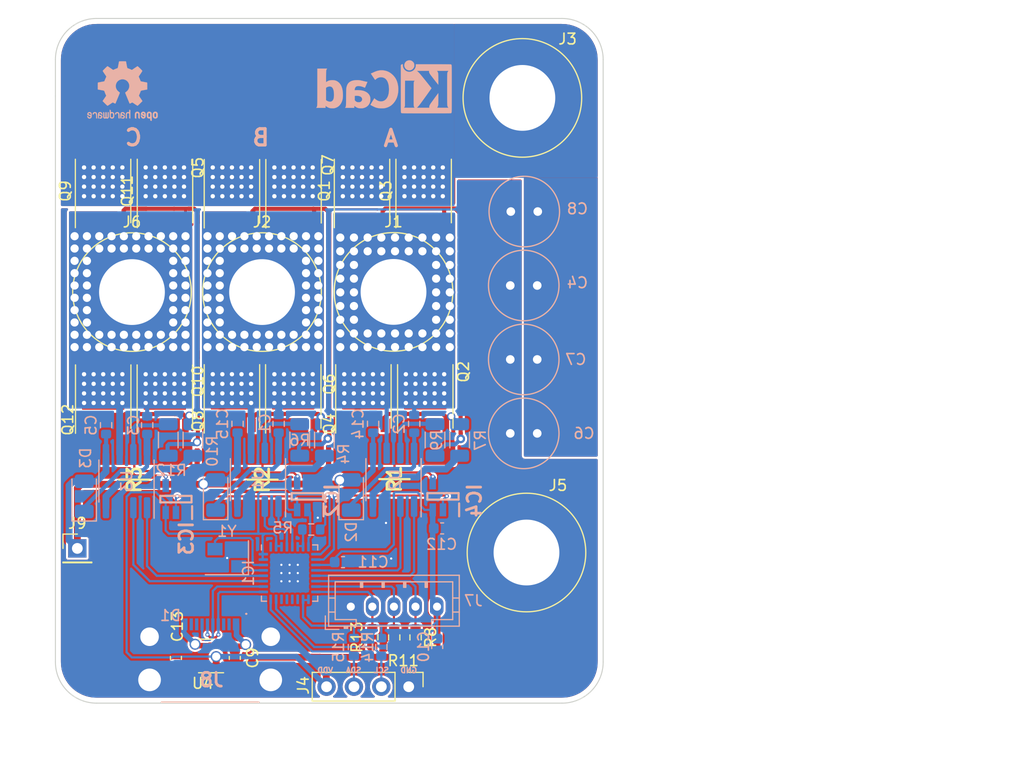
<source format=kicad_pcb>
(kicad_pcb (version 20211014) (generator pcbnew)
  (layers (0 "F.Cu" signal) (31 "B.Cu" signal) (34 "B.Paste" user) (35 "F.Paste" user) (36 "B.SilkS" user "B.Silkscreen") (37 "F.SilkS" user "F.Silkscreen") (38 "B.Mask" user) (39 "F.Mask" user) (44 "Edge.Cuts" user))
  (net 0 "")
  (net 1 "+BATT")
  (net 2 "Earth")
  (net 3 "/Controller/BH")
  (net 4 "/Controller/AL")
  (net 5 "/Controller/AH")
  (net 6 "/Driver FETs/AL")
  (net 7 "/Driver FETs/BL")
  (net 8 "/Driver FETs/CL")
  (net 9 "/Driver FETs/CH")
  (net 10 "/Driver FETs/BH")
  (net 11 "/Driver FETs/AH")
  (net 12 "/C")
  (net 13 "/B")
  (net 14 "/A")
  (net 15 "/Controller/CL")
  (net 16 "/Controller/CH")
  (net 17 "/Controller/BL")
  (net 18 "Net-(R4-Pad2)")
  (net 19 "Net-(R6-Pad1)")
  (net 20 "Net-(R7-Pad2)")
  (net 21 "Net-(R9-Pad1)")
  (net 22 "Net-(R10-Pad2)")
  (net 23 "Net-(R12-Pad1)")
  (net 24 "Net-(C1-Pad1)")
  (net 25 "Net-(C2-Pad1)")
  (net 26 "Net-(C3-Pad1)")
  (net 27 "/VDD")
  (net 29 "/Controller/RST")
  (net 30 "/Controller/HALL_C")
  (net 31 "/Controller/HALL_B")
  (net 32 "/Controller/HALL_A")
  (net 33 "/Pre-Driver/V_{DRIVE}")
  (net 34 "/Controller/I_{SENSE}A")
  (net 35 "Net-(IC1-Pad30)")
  (net 36 "Net-(IC1-Pad29)")
  (net 37 "/Controller/D+")
  (net 38 "/Controller/D-")
  (net 43 "/Controller/VBUS")
  (net 44 "/Controller/I_{SENSE}B")
  (net 45 "/Controller/I_{SENSE}C")
  (net 46 "/Driver FETs/ISA")
  (net 47 "/Driver FETs/ISB")
  (net 48 "/Driver FETs/ISC")
  (net 51 "/Controller/SDA")
  (net 52 "/Controller/SCL")
  (footprint "Package_SO:PowerPAK_SO-8_Single" (layer "F.Cu") (at 149.8724 118.872 90)
    (fp_text reference "Q2")
    (fp_text value "SIR188DP")
  )
  (footprint "Package_SO:PowerPAK_SO-8_Single" (layer "F.Cu") (at 125.73 99.822 90)
    (fp_text reference "Q11")
    (fp_text value "SIR188DP")
  )
  (footprint "SamacSys_Parts:RESC6430X38N" (layer "F.Cu") (at 147.0152 126.5428 90)
    (fp_text reference "R1")
    (fp_text value "WSLF25121L000FEB" hide)
  )
  (footprint "Capacitor_SMD:C_0603_1608Metric" (layer "F.Cu") (at 126.746 143.129 90)
    (fp_text reference "C13")
    (fp_text value "1uF")
  )
  (footprint "Package_SO:PowerPAK_SO-8_Single" (layer "F.Cu") (at 144.005 99.822 90)
    (fp_text reference "Q1")
    (fp_text value "SIR188DP")
  )
  (footprint "Connector:Banana_Jack_1Pin" (layer "F.Cu") (at 146.926 109.1796)
    (fp_text reference "J1")
    (fp_text value "Conn_01x01_Female")
  )
  (footprint "Resistor_SMD:R_0603_1608Metric" (layer "F.Cu") (at 144.9578 141.1986 90)
    (fp_text reference "R13")
    (fp_text value "R_US")
  )
  (footprint "Connector:Banana_Jack_1Pin" (layer "F.Cu") (at 159.258 133.35)
    (fp_text reference "J5")
    (fp_text value "Power-")
  )
  (footprint "Resistor_SMD:R_0603_1608Metric" (layer "F.Cu") (at 148.971 141.224 90)
    (fp_text reference "R8")
    (fp_text value "R_US")
  )
  (footprint "Package_SO:PowerPAK_SO-8_Single" (layer "F.Cu") (at 119.9896 99.822 90)
    (fp_text reference "Q9")
    (fp_text value "SIR188DP")
  )
  (footprint "Package_SO:PowerPAK_SO-8_Single" (layer "F.Cu") (at 149.72 99.822 90)
    (fp_text reference "Q3")
    (fp_text value "SIR188DP")
  )
  (footprint "Package_SO:PowerPAK_SO-8_Single" (layer "F.Cu") (at 131.94 118.872 90)
    (fp_text reference "Q8")
    (fp_text value "SIR188DP")
  )
  (footprint "Capacitor_SMD:C_0603_1608Metric" (layer "F.Cu") (at 132.207 143.129 -90)
    (fp_text reference "C9")
    (fp_text value "1uF")
  )
  (footprint "Connector:Banana_Jack_1Pin" (layer "F.Cu") (at 134.734 109.1946)
    (fp_text reference "J2")
    (fp_text value "Conn_01x01_Female")
  )
  (footprint "SamacSys_Parts:RESC6430X38N" (layer "F.Cu") (at 122.8852 126.5936 90)
    (fp_text reference "R3")
    (fp_text value "WSLF25121L000FEB" hide)
  )
  (footprint "Package_SO:PowerPAK_SO-8_Single" (layer "F.Cu") (at 137.6296 118.872 90)
    (fp_text reference "Q6")
    (fp_text value "SIR188DP")
  )
  (footprint "SamacSys_Parts:RESC6430X38N" (layer "F.Cu") (at 134.7724 126.5936 90)
    (fp_text reference "R2")
    (fp_text value "WSLF25121L000FEB" hide)
  )
  (footprint "Package_SO:PowerPAK_SO-8_Single" (layer "F.Cu") (at 144.132 118.872 90)
    (fp_text reference "Q4")
    (fp_text value "SIR188DP")
  )
  (footprint "Package_SO:PowerPAK_SO-8_Single" (layer "F.Cu") (at 125.717 118.8944 90)
    (fp_text reference "Q10")
    (fp_text value "SIR188DP")
  )
  (footprint "Package_SO:PowerPAK_SO-8_Single" (layer "F.Cu") (at 120.002 118.8944 90)
    (fp_text reference "Q12")
    (fp_text value "SIR188DP")
  )
  (footprint "Resistor_SMD:R_0603_1608Metric" (layer "F.Cu") (at 146.9898 141.224 90)
    (fp_text reference "R11")
    (fp_text value "R_US")
  )
  (footprint "Connector_PinHeader_2.54mm:PinHeader_1x01_P2.54mm_Vertical" (layer "F.Cu") (at 117.602 132.969)
    (fp_text reference "J9")
    (fp_text value "Gate Drive Voltage")
  )
  (footprint "Package_SO:PowerPAK_SO-8_Single" (layer "F.Cu") (at 131.94 99.8444 90)
    (fp_text reference "Q5")
    (fp_text value "SIR188DP")
  )
  (footprint "Package_SO:PowerPAK_SO-8_Single" (layer "F.Cu") (at 137.655 99.8444 90)
    (fp_text reference "Q7")
    (fp_text value "SIR188DP")
  )
  (footprint "Connector_PinHeader_2.54mm:PinHeader_1x04_P2.54mm_Vertical" (layer "F.Cu") (at 148.336 145.796 -90)
    (fp_text reference "J4")
    (fp_text value "Comm")
  )
  (footprint "Package_TO_SOT_SMD:SOT-23" (layer "F.Cu") (at 129.4915 142.941 180)
    (fp_text reference "U4")
    (fp_text value "LM3480-3.3")
  )
  (footprint "Connector:Banana_Jack_1Pin" (layer "F.Cu") (at 158.877 91.186)
    (fp_text reference "J3")
    (fp_text value "Power+")
  )
  (footprint "Connector:Banana_Jack_1Pin" (layer "F.Cu") (at 122.669 109.1946)
    (fp_text reference "J6")
    (fp_text value "Conn_01x01_Female")
  )
  (footprint "Package_DFN_QFN:HVQFN-32-1EP_5x5mm_P0.5mm_EP3.1x3.1mm" (layer "B.Cu") (at 137.287 135.255 -90)
    (fp_text reference "IC1")
    (fp_text value "ESP32-C3")
  )
  (footprint "SamacSys_Parts:2169900001" (layer "B.Cu") (at 129.921 143.637 180)
    (fp_text reference "J8")
    (fp_text value "216990-0001" hide)
  )
  (footprint "Resistor_SMD:R_1206_3216Metric" (layer "B.Cu") (at 140.5128 122.9106 -90)
    (fp_text reference "R4")
    (fp_text value "10")
  )
  (footprint "Resistor_SMD:R_1206_3216Metric" (layer "B.Cu") (at 138.2268 122.9106 -90)
    (fp_text reference "R6")
    (fp_text value "10")
  )
  (footprint "Package_SO:SOIC-8_3.9x4.9mm_P1.27mm" (layer "B.Cu") (at 122.161 126.7206 90)
    (fp_text reference "U3")
    (fp_text value "LT2190NTR")
  )
  (footprint "Crystal:Crystal_SMD_SeikoEpson_TSX3225-4Pin_3.2x2.5mm" (layer "B.Cu") (at 131.4704 133.8326 180)
    (fp_text reference "Y1")
    (fp_text value "40MHz")
  )
  (footprint "Capacitor_THT:C_Radial_D6.3mm_H7.0mm_P2.50mm" (layer "B.Cu") (at 160.3048 101.727 180)
    (fp_text reference "C8")
    (fp_text value "27uF")
  )
  (footprint "Resistor_SMD:R_0603_1608Metric" (layer "B.Cu") (at 139.2936 131.2164 180)
    (fp_text reference "R5")
    (fp_text value "R_US")
  )
  (footprint "Capacitor_THT:C_Radial_D6.3mm_H7.0mm_P2.50mm" (layer "B.Cu") (at 160.254 108.585 180)
    (fp_text reference "C4")
    (fp_text value "27uF")
  )
  (footprint "Resistor_SMD:R_0603_1608Metric" (layer "B.Cu") (at 148.844 121.412 90)
    (fp_text reference "C2")
    (fp_text value "1uF")
  )
  (footprint "Capacitor_SMD:C_0603_1608Metric" (layer "B.Cu") (at 150.9776 142.113 -90)
    (fp_text reference "C10")
    (fp_text value "1uF")
  )
  (footprint "Capacitor_SMD:C_0603_1608Metric" (layer "B.Cu") (at 151.4348 131.1148)
    (fp_text reference "C12")
    (fp_text value "1uF")
  )
  (footprint "Resistor_SMD:R_0603_1608Metric" (layer "B.Cu") (at 145.796 142.113 -90)
    (fp_text reference "R14")
    (fp_text value "R_US")
  )
  (footprint "Capacitor_THT:C_Radial_D6.3mm_H7.0mm_P2.50mm" (layer "B.Cu") (at 160.254 122.301 180)
    (fp_text reference "C6")
    (fp_text value "27uF")
  )
  (footprint "Capacitor_SMD:C_0603_1608Metric" (layer "B.Cu") (at 142.24 134.239)
    (fp_text reference "C11")
    (fp_text value "1uF")
  )
  (footprint "Diode_SMD:D_1206_3216Metric" (layer "B.Cu") (at 143.002 128.016 90)
    (fp_text reference "D2")
    (fp_text value "D")
  )
  (footprint "Capacitor_THT:C_Radial_D6.3mm_H7.0mm_P2.50mm" (layer "B.Cu") (at 160.254 115.443 180)
    (fp_text reference "C7")
    (fp_text value "27uF")
  )
  (footprint "Resistor_SMD:R_1206_3216Metric" (layer "B.Cu") (at 126.0348 122.9106 -90)
    (fp_text reference "R12")
    (fp_text value "10")
  )
  (footprint "Resistor_SMD:R_0603_1608Metric" (layer "B.Cu") (at 120.269 121.539 90)
    (fp_text reference "C5")
    (fp_text value "1uF")
  )
  (footprint "Connector_JST:JST_PH_B5B-PH-K_1x05_P2.00mm_Vertical" (layer "B.Cu") (at 142.9644 138.3704)
    (fp_text reference "J7")
    (fp_text value "Hall Connector")
  )
  (footprint "Package_SO:SOIC-8_3.9x4.9mm_P1.27mm" (layer "B.Cu") (at 146.926 126.5936 90)
    (fp_text reference "U2")
    (fp_text value "LT2190NTR")
  )
  (footprint "Package_SO:SOIC-8_3.9x4.9mm_P1.27mm" (layer "B.Cu") (at 134.353 126.5936 90)
    (fp_text reference "U1")
    (fp_text value "LT2190NTR")
  )
  (footprint "SamacSys_Parts:SOT95P280X145-5N" (layer "B.Cu") (at 138.938 128.143 90)
    (fp_text reference "IC2")
    (fp_text value "INA186A4QDBVRQ1" hide)
  )
  (footprint "Symbol:OSHW-Logo2_7.3x6mm_SilkScreen" (layer "B.Cu") (at 121.793 90.551 180)
    (fp_text reference "REF**" hide)
    (fp_text value "OSHW-Logo2_7.3x6mm_SilkScreen" hide)
  )
  (footprint "SamacSys_Parts:SOT95P280X145-5N" (layer "B.Cu") (at 151.511 128.143 90)
    (fp_text reference "IC4")
    (fp_text value "INA186A4QDBVRQ1" hide)
  )
  (footprint "Resistor_SMD:R_0603_1608Metric" (layer "B.Cu") (at 136.271 121.412 90)
    (fp_text reference "C1")
    (fp_text value "1uF")
  )
  (footprint "Diode_SMD:D_1206_3216Metric" (layer "B.Cu") (at 118.237 128.143 90)
    (fp_text reference "D3")
    (fp_text value "D")
  )
  (footprint "Resistor_SMD:R_0603_1608Metric" (layer "B.Cu") (at 143.256 142.113 -90)
    (fp_text reference "R15")
    (fp_text value "R_US")
  )
  (footprint "Resistor_SMD:R_0603_1608Metric" (layer "B.Cu") (at 124.079 121.539 90)
    (fp_text reference "C3")
    (fp_text value "1uF")
  )
  (footprint "Resistor_SMD:R_1206_3216Metric" (layer "B.Cu") (at 128.3208 122.9106 -90)
    (fp_text reference "R10")
    (fp_text value "10")
  )
  (footprint "Symbol:KiCad-Logo_5mm_SilkScreen" (layer "B.Cu") (at 146.05 90.678 180)
    (fp_text reference "REF**" hide)
    (fp_text value "KiCad-Logo_5mm_SilkScreen" hide)
  )
  (footprint "Resistor_SMD:R_0603_1608Metric" (layer "B.Cu") (at 132.461 121.412 90)
    (fp_text reference "C15")
    (fp_text value "1uF")
  )
  (footprint "Resistor_SMD:R_1206_3216Metric" (layer "B.Cu") (at 150.7744 122.9106 -90)
    (fp_text reference "R9")
    (fp_text value "10")
  )
  (footprint "Resistor_SMD:R_0603_1608Metric" (layer "B.Cu") (at 145.034 121.412 90)
    (fp_text reference "C14")
    (fp_text value "1uF")
  )
  (footprint "SamacSys_Parts:SOT95P280X145-5N" (layer "B.Cu") (at 126.746 128.397 90)
    (fp_text reference "IC3")
    (fp_text value "INA186A4QDBVRQ1" hide)
  )
  (footprint "Diode_SMD:D_1206_3216Metric" (layer "B.Cu") (at 130.429 128.016 90)
    (fp_text reference "D1")
    (fp_text value "D")
  )
  (footprint "Resistor_SMD:R_1206_3216Metric" (layer "B.Cu") (at 153.0604 122.9106 -90)
    (fp_text reference "R7")
    (fp_text value "10")
  )
  (gr_arc (start 115.57 87.63) (mid 116.685923 84.935923) (end 119.38 83.82) (layer "Edge.Cuts") (width 0.1))
  (gr_line (start 115.57 143.51) (end 115.57 91.017) (layer "Edge.Cuts") (width 0.1))
  (gr_line (start 162.56 83.82) (end 119.38 83.82) (layer "Edge.Cuts") (width 0.1))
  (gr_line (start 115.57 87.63) (end 115.57 91.017) (layer "Edge.Cuts") (width 0.1))
  (gr_arc (start 162.56 83.82) (mid 165.254077 84.935923) (end 166.37 87.63) (layer "Edge.Cuts") (width 0.1))
  (gr_arc (start 166.37 143.51) (mid 165.254077 146.204077) (end 162.56 147.32) (layer "Edge.Cuts") (width 0.1))
  (gr_arc (start 119.38 147.32) (mid 116.685923 146.204077) (end 115.57 143.51) (layer "Edge.Cuts") (width 0.1))
  (gr_line (start 162.56 147.32) (end 119.38 147.32) (layer "Edge.Cuts") (width 0.1))
  (gr_line (start 166.37 143.51) (end 166.37 87.63) (layer "Edge.Cuts") (width 0.1))
  (gr_text "VDD\n" (at 140.589 144.272) (layer "B.SilkS") (effects (font (size 0.5 0.5) (thickness 0.125)) (justify mirror)))
  (gr_text "SDA\n" (at 143.226 144.272) (layer "B.SilkS") (effects (font (size 0.5 0.5) (thickness 0.125)) (justify mirror)))
  (gr_text "GND\n" (at 148.336 144.272) (layer "B.SilkS") (effects (font (size 0.5 0.5) (thickness 0.125)) (justify mirror)))
  (gr_text "C\n" (at 122.809 94.869) (layer "B.SilkS") (effects (font (size 1.5 1.5) (thickness 0.3)) (justify mirror)))
  (gr_text "SCL\n" (at 145.796 144.272) (layer "B.SilkS") (effects (font (size 0.5 0.5) (thickness 0.125)) (justify mirror)))
  (gr_text "A\n\n" (at 146.685 96.139) (layer "B.SilkS") (effects (font (size 1.5 1.5) (thickness 0.3)) (justify mirror)))
  (gr_text "B\n" (at 134.62 94.869) (layer "B.SilkS") (effects (font (size 1.5 1.5) (thickness 0.3)) (justify mirror)))
  (via (at 126.606 100.3046) (size 0.8) (drill 0.4) (layers "F.Cu" "B.Cu") (net 1))
  (via (at 126.606 98.5266) (size 0.8) (drill 0.4) (layers "F.Cu" "B.Cu") (net 1))
  (via (at 137.655 97.6376) (size 0.8) (drill 0.4) (layers "F.Cu" "B.Cu") (net 1))
  (via (at 119.113 99.4156) (size 0.8) (drill 0.4) (layers "F.Cu" "B.Cu") (net 1))
  (via (at 132.829 99.4156) (size 0.8) (drill 0.4) (layers "F.Cu" "B.Cu") (net 1))
  (via (at 148.831 100.3046) (size 0.8) (drill 0.4) (layers "F.Cu" "B.Cu") (net 1))
  (via (at 144.005 97.6376) (size 0.8) (drill 0.4) (layers "F.Cu" "B.Cu") (net 1))
  (via (at 118.224 100.3046) (size 0.8) (drill 0.4) (layers "F.Cu" "B.Cu") (net 1))
  (via (at 131.051 100.3046) (size 0.8) (drill 0.4) (layers "F.Cu" "B.Cu") (net 1))
  (via (at 136.766 97.6376) (size 0.8) (drill 0.4) (layers "F.Cu" "B.Cu") (net 1))
  (via (at 125.717 99.4156) (size 0.8) (drill 0.4) (layers "F.Cu" "B.Cu") (net 1))
  (via (at 139.433 99.4156) (size 0.8) (drill 0.4) (layers "F.Cu" "B.Cu") (net 1))
  (via (at 138.544 97.6376) (size 0.8) (drill 0.4) (layers "F.Cu" "B.Cu") (net 1))
  (via (at 127.495 99.4156) (size 0.8) (drill 0.4) (layers "F.Cu" "B.Cu") (net 1))
  (via (at 126.606 97.6376) (size 0.8) (drill 0.4) (layers "F.Cu" "B.Cu") (net 1))
  (via (at 131.051 98.5266) (size 0.8) (drill 0.4) (layers "F.Cu" "B.Cu") (net 1))
  (via (at 132.829 100.3046) (size 0.8) (drill 0.4) (layers "F.Cu" "B.Cu") (net 1))
  (via (at 151.498 99.4156) (size 0.8) (drill 0.4) (layers "F.Cu" "B.Cu") (net 1))
  (via (at 124.828 97.6376) (size 0.8) (drill 0.4) (layers "F.Cu" "B.Cu") (net 1))
  (via (at 147.942 98.5266) (size 0.8) (drill 0.4) (layers "F.Cu" "B.Cu") (net 1))
  (via (at 144.005 99.4156) (size 0.8) (drill 0.4) (layers "F.Cu" "B.Cu") (net 1))
  (via (at 127.495 97.6376) (size 0.8) (drill 0.4) (layers "F.Cu" "B.Cu") (net 1))
  (via (at 119.113 97.6376) (size 0.8) (drill 0.4) (layers "F.Cu" "B.Cu") (net 1))
  (via (at 133.718 97.6376) (size 0.8) (drill 0.4) (layers "F.Cu" "B.Cu") (net 1))
  (via (at 137.655 100.3046) (size 0.8) (drill 0.4) (layers "F.Cu" "B.Cu") (net 1))
  (via (at 148.831 97.6376) (size 0.8) (drill 0.4) (layers "F.Cu" "B.Cu") (net 1))
  (via (at 144.005 98.5266) (size 0.8) (drill 0.4) (layers "F.Cu" "B.Cu") (net 1))
  (via (at 131.94 99.4156) (size 0.8) (drill 0.4) (layers "F.Cu" "B.Cu") (net 1))
  (via (at 118.224 98.5266) (size 0.8) (drill 0.4) (layers "F.Cu" "B.Cu") (net 1))
  (via (at 119.113 100.3046) (size 0.8) (drill 0.4) (layers "F.Cu" "B.Cu") (net 1))
  (via (at 131.051 97.6376) (size 0.8) (drill 0.4) (layers "F.Cu" "B.Cu") (net 1))
  (via (at 133.718 100.3046) (size 0.8) (drill 0.4) (layers "F.Cu" "B.Cu") (net 1))
  (via (at 136.766 99.4156) (size 0.8) (drill 0.4) (layers "F.Cu" "B.Cu") (net 1))
  (via (at 118.224 99.4156) (size 0.8) (drill 0.4) (layers "F.Cu" "B.Cu") (net 1))
  (via (at 127.495 100.3046) (size 0.8) (drill 0.4) (layers "F.Cu" "B.Cu") (net 1))
  (via (at 144.894 99.4156) (size 0.8) (drill 0.4) (layers "F.Cu" "B.Cu") (net 1))
  (via (at 145.783 98.5266) (size 0.8) (drill 0.4) (layers "F.Cu" "B.Cu") (net 1))
  (via (at 137.655 99.4156) (size 0.8) (drill 0.4) (layers "F.Cu" "B.Cu") (net 1))
  (via (at 123.939 98.5266) (size 0.8) (drill 0.4) (layers "F.Cu" "B.Cu") (net 1))
  (via (at 143.116 100.3046) (size 0.8) (drill 0.4) (layers "F.Cu" "B.Cu") (net 1))
  (via (at 143.116 97.6376) (size 0.8) (drill 0.4) (layers "F.Cu" "B.Cu") (net 1))
  (via (at 118.224 97.6376) (size 0.8) (drill 0.4) (layers "F.Cu" "B.Cu") (net 1))
  (via (at 124.828 98.5266) (size 0.8) (drill 0.4) (layers "F.Cu" "B.Cu") (net 1))
  (via (at 149.72 98.5266) (size 0.8) (drill 0.4) (layers "F.Cu" "B.Cu") (net 1))
  (via (at 149.72 97.6376) (size 0.8) (drill 0.4) (layers "F.Cu" "B.Cu") (net 1))
  (via (at 133.718 98.5266) (size 0.8) (drill 0.4) (layers "F.Cu" "B.Cu") (net 1))
  (via (at 150.609 97.6376) (size 0.8) (drill 0.4) (layers "F.Cu" "B.Cu") (net 1))
  (via (at 144.894 100.3046) (size 0.8) (drill 0.4) (layers "F.Cu" "B.Cu") (net 1))
  (via (at 121.78 98.5266) (size 0.8) (drill 0.4) (layers "F.Cu" "B.Cu") (net 1))
  (via (at 143.116 98.5266) (size 0.8) (drill 0.4) (layers "F.Cu" "B.Cu") (net 1))
  (via (at 145.783 99.4156) (size 0.8) (drill 0.4) (layers "F.Cu" "B.Cu") (net 1))
  (via (at 120.891 98.5266) (size 0.8) (drill 0.4) (layers "F.Cu" "B.Cu") (net 1))
  (via (at 120.002 98.5266) (size 0.8) (drill 0.4) (layers "F.Cu" "B.Cu") (net 1))
  (via (at 135.877 98.5266) (size 0.8) (drill 0.4) (layers "F.Cu" "B.Cu") (net 1))
  (via (at 138.544 99.4156) (size 0.8) (drill 0.4) (layers "F.Cu" "B.Cu") (net 1))
  (via (at 150.609 100.3046) (size 0.8) (drill 0.4) (layers "F.Cu" "B.Cu") (net 1))
  (via (at 144.894 97.6376) (size 0.8) (drill 0.4) (layers "F.Cu" "B.Cu") (net 1))
  (via (at 123.939 99.4156) (size 0.8) (drill 0.4) (layers "F.Cu" "B.Cu") (net 1))
  (via (at 142.227 99.4156) (size 0.8) (drill 0.4) (layers "F.Cu" "B.Cu") (net 1))
  (via (at 125.717 97.6376) (size 0.8) (drill 0.4) (layers "F.Cu" "B.Cu") (net 1))
  (via (at 149.72 99.4156) (size 0.8) (drill 0.4) (layers "F.Cu" "B.Cu") (net 1))
  (via (at 139.433 97.6376) (size 0.8) (drill 0.4) (layers "F.Cu" "B.Cu") (net 1))
  (via (at 120.002 100.3046) (size 0.8) (drill 0.4) (layers "F.Cu" "B.Cu") (net 1))
  (via (at 148.831 98.5266) (size 0.8) (drill 0.4) (layers "F.Cu" "B.Cu") (net 1))
  (via (at 125.717 100.3046) (size 0.8) (drill 0.4) (layers "F.Cu" "B.Cu") (net 1))
  (via (at 142.227 100.3046) (size 0.8) (drill 0.4) (layers "F.Cu" "B.Cu") (net 1))
  (via (at 121.78 99.4156) (size 0.8) (drill 0.4) (layers "F.Cu" "B.Cu") (net 1))
  (via (at 123.939 100.3046) (size 0.8) (drill 0.4) (layers "F.Cu" "B.Cu") (net 1))
  (via (at 136.766 100.3046) (size 0.8) (drill 0.4) (layers "F.Cu" "B.Cu") (net 1))
  (via (at 130.162 98.5266) (size 0.8) (drill 0.4) (layers "F.Cu" "B.Cu") (net 1))
  (via (at 149.72 100.3046) (size 0.8) (drill 0.4) (layers "F.Cu" "B.Cu") (net 1))
  (via (at 150.609 98.5266) (size 0.8) (drill 0.4) (layers "F.Cu" "B.Cu") (net 1))
  (via (at 124.828 100.3046) (size 0.8) (drill 0.4) (layers "F.Cu" "B.Cu") (net 1))
  (via (at 143.116 99.4156) (size 0.8) (drill 0.4) (layers "F.Cu" "B.Cu") (net 1))
  (via (at 133.718 99.4156) (size 0.8) (drill 0.4) (layers "F.Cu" "B.Cu") (net 1))
  (via (at 145.783 100.3046) (size 0.8) (drill 0.4) (layers "F.Cu" "B.Cu") (net 1))
  (via (at 130.162 97.6376) (size 0.8) (drill 0.4) (layers "F.Cu" "B.Cu") (net 1))
  (via (at 139.433 100.3046) (size 0.8) (drill 0.4) (layers "F.Cu" "B.Cu") (net 1))
  (via (at 147.942 99.4156) (size 0.8) (drill 0.4) (layers "F.Cu" "B.Cu") (net 1))
  (via (at 131.94 97.6376) (size 0.8) (drill 0.4) (layers "F.Cu" "B.Cu") (net 1))
  (via (at 132.829 98.5266) (size 0.8) (drill 0.4) (layers "F.Cu" "B.Cu") (net 1))
  (via (at 126.606 99.4156) (size 0.8) (drill 0.4) (layers "F.Cu" "B.Cu") (net 1))
  (via (at 136.766 98.5266) (size 0.8) (drill 0.4) (layers "F.Cu" "B.Cu") (net 1))
  (via (at 142.227 98.5266) (size 0.8) (drill 0.4) (layers "F.Cu" "B.Cu") (net 1))
  (via (at 151.498 97.6376) (size 0.8) (drill 0.4) (layers "F.Cu" "B.Cu") (net 1))
  (via (at 144.005 100.3046) (size 0.8) (drill 0.4) (layers "F.Cu" "B.Cu") (net 1))
  (via (at 135.877 100.3046) (size 0.8) (drill 0.4) (layers "F.Cu" "B.Cu") (net 1))
  (via (at 147.942 100.3046) (size 0.8) (drill 0.4) (layers "F.Cu" "B.Cu") (net 1))
  (via (at 150.609 99.4156) (size 0.8) (drill 0.4) (layers "F.Cu" "B.Cu") (net 1))
  (via (at 121.78 100.3046) (size 0.8) (drill 0.4) (layers "F.Cu" "B.Cu") (net 1))
  (via (at 131.94 98.5266) (size 0.8) (drill 0.4) (layers "F.Cu" "B.Cu") (net 1))
  (via (at 120.002 99.4156) (size 0.8) (drill 0.4) (layers "F.Cu" "B.Cu") (net 1))
  (via (at 120.891 99.4156) (size 0.8) (drill 0.4) (layers "F.Cu" "B.Cu") (net 1))
  (via (at 138.544 98.5266) (size 0.8) (drill 0.4) (layers "F.Cu" "B.Cu") (net 1))
  (via (at 142.227 97.6376) (size 0.8) (drill 0.4) (layers "F.Cu" "B.Cu") (net 1))
  (via (at 120.002 97.6376) (size 0.8) (drill 0.4) (layers "F.Cu" "B.Cu") (net 1))
  (via (at 139.433 98.5266) (size 0.8) (drill 0.4) (layers "F.Cu" "B.Cu") (net 1))
  (via (at 147.942 97.6376) (size 0.8) (drill 0.4) (layers "F.Cu" "B.Cu") (net 1))
  (via (at 137.655 98.5266) (size 0.8) (drill 0.4) (layers "F.Cu" "B.Cu") (net 1))
  (via (at 123.939 97.6376) (size 0.8) (drill 0.4) (layers "F.Cu" "B.Cu") (net 1))
  (via (at 131.94 100.3046) (size 0.8) (drill 0.4) (layers "F.Cu" "B.Cu") (net 1))
  (via (at 125.717 98.5266) (size 0.8) (drill 0.4) (layers "F.Cu" "B.Cu") (net 1))
  (via (at 121.78 97.6376) (size 0.8) (drill 0.4) (layers "F.Cu" "B.Cu") (net 1))
  (via (at 135.877 99.4156) (size 0.8) (drill 0.4) (layers "F.Cu" "B.Cu") (net 1))
  (via (at 132.829 97.6376) (size 0.8) (drill 0.4) (layers "F.Cu" "B.Cu") (net 1))
  (via (at 151.498 98.5266) (size 0.8) (drill 0.4) (layers "F.Cu" "B.Cu") (net 1))
  (via (at 120.891 97.6376) (size 0.8) (drill 0.4) (layers "F.Cu" "B.Cu") (net 1))
  (via (at 130.162 99.4156) (size 0.8) (drill 0.4) (layers "F.Cu" "B.Cu") (net 1))
  (via (at 135.877 97.6376) (size 0.8) (drill 0.4) (layers "F.Cu" "B.Cu") (net 1))
  (via (at 124.828 99.4156) (size 0.8) (drill 0.4) (layers "F.Cu" "B.Cu") (net 1))
  (via (at 144.894 98.5266) (size 0.8) (drill 0.4) (layers "F.Cu" "B.Cu") (net 1))
  (via (at 138.544 100.3046) (size 0.8) (drill 0.4) (layers "F.Cu" "B.Cu") (net 1))
  (via (at 130.162 100.3046) (size 0.8) (drill 0.4) (layers "F.Cu" "B.Cu") (net 1))
  (via (at 120.891 100.3046) (size 0.8) (drill 0.4) (layers "F.Cu" "B.Cu") (net 1))
  (via (at 119.113 98.5266) (size 0.8) (drill 0.4) (layers "F.Cu" "B.Cu") (net 1))
  (via (at 151.498 100.3046) (size 0.8) (drill 0.4) (layers "F.Cu" "B.Cu") (net 1))
  (via (at 148.831 99.4156) (size 0.8) (drill 0.4) (layers "F.Cu" "B.Cu") (net 1))
  (via (at 127.495 98.5266) (size 0.8) (drill 0.4) (layers "F.Cu" "B.Cu") (net 1))
  (via (at 131.051 99.4156) (size 0.8) (drill 0.4) (layers "F.Cu" "B.Cu") (net 1))
  (via (at 145.783 97.6376) (size 0.8) (drill 0.4) (layers "F.Cu" "B.Cu") (net 1))
  (via (at 146.7104 133.9088) (size 0.381) (drill 0.2032) (layers "F.Cu" "B.Cu") (net 2))
  (via (at 146.2278 130.6068) (size 0.381) (drill 0.2032) (layers "F.Cu" "B.Cu") (net 2))
  (via (at 137.286999 135.254999) (size 0.381) (drill 0.2032) (layers "F.Cu" "B.Cu") (net 2))
  (via (at 136.524999 134.492999) (size 0.381) (drill 0.2032) (layers "F.Cu" "B.Cu") (net 2))
  (via (at 131.4958 133.858) (size 0.381) (drill 0.2032) (layers "F.Cu" "B.Cu") (net 2))
  (via (at 137.286999 136.016999) (size 0.381) (drill 0.2032) (layers "F.Cu" "B.Cu") (net 2))
  (via (at 138.048999 135.254999) (size 0.381) (drill 0.2032) (layers "F.Cu" "B.Cu") (net 2))
  (via (at 138.048999 136.016999) (size 0.381) (drill 0.2032) (layers "F.Cu" "B.Cu") (net 2))
  (via (at 137.286999 134.492999) (size 0.381) (drill 0.2032) (layers "F.Cu" "B.Cu") (net 2))
  (via (at 138.048999 134.492999) (size 0.381) (drill 0.2032) (layers "F.Cu" "B.Cu") (net 2))
  (via (at 136.524999 135.254999) (size 0.381) (drill 0.2032) (layers "F.Cu" "B.Cu") (net 2))
  (via (at 136.524999 136.016999) (size 0.381) (drill 0.2032) (layers "F.Cu" "B.Cu") (net 2))
  (via (at 139.9032 130.1242) (size 0.381) (drill 0.2032) (layers "F.Cu" "B.Cu") (net 2))
  (segment (start 137.536999 131.237799) (end 137.0584 130.7592) (width 0.2032) (layer "B.Cu") (net 3))
  (segment (start 137.536999 132.754999) (end 137.536999 131.237799) (width 0.2032) (layer "B.Cu") (net 3))
  (segment (start 136.5504 130.7592) (end 136.258 130.4668) (width 0.2032) (layer "B.Cu") (net 3))
  (segment (start 136.258 130.4668) (end 136.258 129.0686) (width 0.2032) (layer "B.Cu") (net 3))
  (segment (start 137.0584 130.7592) (end 136.5504 130.7592) (width 0.2032) (layer "B.Cu") (net 3))
  (segment (start 147.561 134.76) (end 147.561 129.0686) (width 0.2032) (layer "B.Cu") (net 4))
  (segment (start 139.786999 135.004999) (end 139.79712 135.01512) (width 0.2032) (layer "B.Cu") (net 4))
  (segment (start 147.30588 135.01512) (end 147.561 134.76) (width 0.2032) (layer "B.Cu") (net 4))
  (segment (start 139.79712 135.01512) (end 147.30588 135.01512) (width 0.2032) (layer "B.Cu") (net 4))
  (segment (start 148.831 135.141) (end 148.831 129.0686) (width 0.2032) (layer "B.Cu") (net 5))
  (segment (start 148.467001 135.504999) (end 148.831 135.141) (width 0.2032) (layer "B.Cu") (net 5))
  (segment (start 139.786999 135.504999) (end 148.467001 135.504999) (width 0.2032) (layer "B.Cu") (net 5))
  (segment (start 151.752 121.5346) (end 151.752 121.8946) (width 0.25) (layer "F.Cu") (net 6))
  (segment (start 151.752 120.7516) (end 151.498 120.4976) (width 0.381) (layer "F.Cu") (net 6))
  (segment (start 152.0952 120.7516) (end 151.752 120.7516) (width 0.381) (layer "F.Cu") (net 6))
  (segment (start 146.037 121.8946) (end 146.037 121.5346) (width 0.25) (layer "F.Cu") (net 6))
  (segment (start 146.418 120.4976) (end 146.037 120.8786) (width 0.381) (layer "F.Cu") (net 6))
  (segment (start 151.498 120.4976) (end 146.418 120.4976) (width 0.381) (layer "F.Cu") (net 6))
  (segment (start 152.1968 120.65) (end 152.0952 120.7516) (width 0.381) (layer "F.Cu") (net 6))
  (segment (start 146.037 120.8786) (end 146.037 121.6196) (width 0.381) (layer "F.Cu") (net 6))
  (via (at 152.273 120.7262) (size 0.762) (drill 0.508) (layers "F.Cu" "B.Cu") (net 6))
  (segment (start 152.1968 120.65) (end 152.273 120.7262) (width 0.381) (layer "B.Cu") (net 6))
  (segment (start 152.9949 121.4481) (end 153.022 121.4481) (width 0.381) (layer "B.Cu") (net 6))
  (segment (start 152.641 121.0056) (end 152.641 121.5751) (width 0.2032) (layer "B.Cu") (net 6))
  (segment (start 152.273 120.7262) (end 152.9949 121.4481) (width 0.381) (layer "B.Cu") (net 6))
  (segment (start 140.1768 120.7458) (end 139.9286 120.4976) (width 0.381) (layer "F.Cu") (net 7))
  (segment (start 133.845 121.8946) (end 133.845 121.5346) (width 0.25) (layer "F.Cu") (net 7))
  (segment (start 139.9286 120.4976) (end 134.226 120.4976) (width 0.381) (layer "F.Cu") (net 7))
  (segment (start 139.5346 121.542) (end 139.5346 121.4192) (width 0.381) (layer "F.Cu") (net 7))
  (segment (start 134.226 120.4976) (end 133.845 120.8786) (width 0.381) (layer "F.Cu") (net 7))
  (segment (start 140.1768 120.777) (end 140.1768 120.7458) (width 0.381) (layer "F.Cu") (net 7))
  (segment (start 139.5346 121.4192) (end 140.1768 120.777) (width 0.381) (layer "F.Cu") (net 7))
  (segment (start 133.845 120.8786) (end 133.845 121.6196) (width 0.381) (layer "F.Cu") (net 7))
  (via (at 140.1768 120.777) (size 0.8) (drill 0.4) (layers "F.Cu" "B.Cu") (net 7))
  (segment (start 140.1768 120.777) (end 140.1768 121.1759) (width 0.381) (layer "B.Cu") (net 7))
  (segment (start 140.1768 121.1759) (end 140.449 121.4481) (width 0.381) (layer "B.Cu") (net 7))
  (segment (start 127.635 120.9998) (end 127.635 121.127378) (width 0.381) (layer "F.Cu") (net 8))
  (segment (start 127.9848 120.65) (end 127.635 120.9998) (width 0.381) (layer "F.Cu") (net 8))
  (segment (start 123.016 120.5106) (end 122.034 120.5106) (width 0.381) (layer "F.Cu") (net 8))
  (segment (start 127.394 120.5106) (end 127.622 120.7386) (width 0.381) (layer "F.Cu") (net 8))
  (segment (start 127.018222 120.5106) (end 126.632 120.5106) (width 0.381) (layer "F.Cu") (net 8))
  (segment (start 121.907 120.6376) (end 121.907 121.5644) (width 0.381) (layer "F.Cu") (net 8))
  (segment (start 126.632 120.5106) (end 127.394 120.5106) (width 0.381) (layer "F.Cu") (net 8))
  (segment (start 122.034 120.5106) (end 121.907 120.6376) (width 0.381) (layer "F.Cu") (net 8))
  (segment (start 127.622 120.7386) (end 127.622 121.5644) (width 0.381) (layer "F.Cu") (net 8))
  (segment (start 126.632 120.5106) (end 123.016 120.5106) (width 0.381) (layer "F.Cu") (net 8))
  (via (at 127.9848 120.65) (size 0.762) (drill 0.508) (layers "F.Cu" "B.Cu") (net 8))
  (segment (start 127.9848 121.1759) (end 128.257 121.4481) (width 0.381) (layer "B.Cu") (net 8))
  (segment (start 127.9848 120.65) (end 127.9848 121.1759) (width 0.381) (layer "B.Cu") (net 8))
  (segment (start 128.651 123.1646) (end 128.7018 123.1138) (width 0.381) (layer "F.Cu") (net 9))
  (segment (start 127.933789 101.466989) (end 128.149389 101.466989) (width 0.381) (layer "F.Cu") (net 9))
  (segment (start 123.983411 101.466989) (end 122.994611 101.466989) (width 0.381) (layer "F.Cu") (net 9))
  (segment (start 128.778 115.316) (end 128.778 114.685506) (width 0.381) (layer "F.Cu") (net 9))
  (segment (start 128.765789 115.303789) (end 128.778 115.316) (width 0.381) (layer "F.Cu") (net 9))
  (segment (start 127.635 102.5936) (end 127.635 101.6254) (width 0.25) (layer "F.Cu") (net 9))
  (segment (start 128.765789 102.780611) (end 128.765789 115.303789) (width 0.381) (layer "F.Cu") (net 9))
  (segment (start 128.441789 101.466989) (end 128.765789 101.790989) (width 0.381) (layer "F.Cu") (net 9))
  (segment (start 128.765789 102.780611) (end 128.765789 102.083389) (width 0.381) (layer "F.Cu") (net 9))
  (segment (start 123.983411 101.466989) (end 122.053011 101.466989) (width 0.381) (layer "F.Cu") (net 9))
  (segment (start 126.574211 101.466989) (end 127.933789 101.466989) (width 0.381) (layer "F.Cu") (net 9))
  (segment (start 128.765789 101.790989) (end 128.765789 102.780611) (width 0.381) (layer "F.Cu") (net 9))
  (segment (start 126.574211 101.466989) (end 123.983411 101.466989) (width 0.381) (layer "F.Cu") (net 9))
  (segment (start 128.7018 123.1138) (end 128.778 123.0376) (width 0.381) (layer "F.Cu") (net 9))
  (segment (start 122.053011 101.466989) (end 121.8946 101.6254) (width 0.381) (layer "F.Cu") (net 9))
  (segment (start 121.8946 101.6254) (end 121.8946 102.492) (width 0.381) (layer "F.Cu") (net 9))
  (segment (start 128.778 123.0376) (end 128.778 115.316) (width 0.381) (layer "F.Cu") (net 9))
  (segment (start 127.933789 101.466989) (end 128.441789 101.466989) (width 0.381) (layer "F.Cu") (net 9))
  (segment (start 127.635 101.6254) (end 127.728589 101.531811) (width 0.25) (layer "F.Cu") (net 9))
  (via (at 128.7018 123.1138) (size 0.762) (drill 0.508) (layers "F.Cu" "B.Cu") (net 9))
  (segment (start 128.651 123.1646) (end 128.524 123.2916) (width 0.381) (layer "B.Cu") (net 9))
  (segment (start 125.971 124.3731) (end 125.971 123.4316) (width 0.381) (layer "B.Cu") (net 9))
  (segment (start 128.524 123.2916) (end 126.111 123.2916) (width 0.381) (layer "B.Cu") (net 9))
  (segment (start 125.971 123.4316) (end 126.111 123.2916) (width 0.381) (layer "B.Cu") (net 9))
  (segment (start 140.97 122.6436) (end 140.83 122.7836) (width 0.381) (layer "F.Cu") (net 10))
  (segment (start 139.4968 101.473) (end 134.0612 101.473) (width 0.381) (layer "F.Cu") (net 10))
  (segment (start 133.845 101.6892) (end 133.845 102.5144) (width 0.381) (layer "F.Cu") (net 10))
  (segment (start 140.6014 101.473) (end 140.97 101.8416) (width 0.381) (layer "F.Cu") (net 10))
  (segment (start 134.0612 101.473) (end 133.845 101.6892) (width 0.381) (layer "F.Cu") (net 10))
  (segment (start 140.97 101.8416) (end 140.97 122.6436) (width 0.381) (layer "F.Cu") (net 10))
  (segment (start 139.4968 101.473) (end 140.6014 101.473) (width 0.381) (layer "F.Cu") (net 10))
  (segment (start 139.56 102.5144) (end 139.56 101.5362) (width 0.381) (layer "F.Cu") (net 10))
  (segment (start 133.845 102.5546) (end 133.845 102.0826) (width 0.25) (layer "F.Cu") (net 10))
  (segment (start 139.56 101.5362) (end 139.4968 101.473) (width 0.381) (layer "F.Cu") (net 10))
  (segment (start 139.56 101.9556) (end 139.56 102.5546) (width 0.25) (layer "F.Cu") (net 10))
  (via (at 140.83 122.7836) (size 0.8) (drill 0.4) (layers "F.Cu" "B.Cu") (net 10))
  (segment (start 140.172211 123.319611) (end 140.039989 123.319611) (width 0.381) (layer "B.Cu") (net 10))
  (segment (start 140.039989 123.319611) (end 139.093011 123.319611) (width 0.381) (layer "B.Cu") (net 10))
  (segment (start 139.093011 123.319611) (end 138.401989 123.319611) (width 0.381) (layer "B.Cu") (net 10))
  (segment (start 138.401989 123.319611) (end 138.163 123.5586) (width 0.381) (layer "B.Cu") (net 10))
  (segment (start 140.382889 123.230711) (end 140.83 122.7836) (width 0.381) (layer "B.Cu") (net 10))
  (segment (start 140.293989 123.319611) (end 140.039989 123.319611) (width 0.381) (layer "B.Cu") (net 10))
  (segment (start 140.83 122.7836) (end 140.293989 123.319611) (width 0.381) (layer "B.Cu") (net 10))
  (segment (start 139.093011 123.319611) (end 138.699011 123.319611) (width 0.381) (layer "B.Cu") (net 10))
  (segment (start 138.163 123.5586) (end 138.163 124.3731) (width 0.381) (layer "B.Cu") (net 10))
  (segment (start 151.625 102.5546) (end 151.625 101.5746) (width 0.381) (layer "F.Cu") (net 11))
  (segment (start 146.164 101.4476) (end 151.498 101.4476) (width 0.381) (layer "F.Cu") (net 11))
  (segment (start 151.625 101.5746) (end 151.498 101.4476) (width 0.381) (layer "F.Cu") (net 11))
  (segment (start 145.91 102.5546) (end 145.91 101.7016) (width 0.381) (layer "F.Cu") (net 11))
  (segment (start 145.91 102.5546) (end 145.91 101.9556) (width 0.2032) (layer "F.Cu") (net 11))
  (segment (start 145.91 101.7016) (end 146.164 101.4476) (width 0.381) (layer "F.Cu") (net 11))
  (segment (start 153.149 101.9556) (end 152.641 101.4476) (width 0.381) (layer "F.Cu") (net 11))
  (segment (start 153.162 122.809) (end 153.162 122.275845) (width 0.381) (layer "F.Cu") (net 11))
  (segment (start 153.162 122.275845) (end 153.149 122.262845) (width 0.381) (layer "F.Cu") (net 11))
  (segment (start 153.149 122.262845) (end 153.149 101.9556) (width 0.381) (layer "F.Cu") (net 11))
  (segment (start 152.641 101.4476) (end 151.498 101.4476) (width 0.381) (layer "F.Cu") (net 11))
  (segment (start 151.625 102.0826) (end 151.625 102.5546) (width 0.25) (layer "F.Cu") (net 11))
  (via (at 153.162 122.809) (size 0.8) (drill 0.4) (layers "F.Cu" "B.Cu") (net 11))
  (segment (start 153.162 122.809) (end 152.651389 123.319611) (width 0.381) (layer "B.Cu") (net 11))
  (segment (start 152.651389 123.319611) (end 151.789489 123.319611) (width 0.381) (layer "B.Cu") (net 11))
  (segment (start 151.789489 123.319611) (end 150.736 124.3731) (width 0.381) (layer "B.Cu") (net 11))
  (via (at 117.348 110.871) (size 1.016) (drill 0.762) (layers "F.Cu" "B.Cu") (net 12))
  (via (at 125.349 105.156) (size 1.016) (drill 0.762) (layers "F.Cu" "B.Cu") (net 12))
  (via (at 125.349 114.3) (size 1.016) (drill 0.762) (layers "F.Cu" "B.Cu") (net 12))
  (via (at 118.491 110.871) (size 1.016) (drill 0.762) (layers "F.Cu" "B.Cu") (net 12))
  (via (at 127.495 118.5926) (size 0.8) (drill 0.4) (layers "F.Cu" "B.Cu") (net 12))
  (via (at 126.606 118.5926) (size 0.8) (drill 0.4) (layers "F.Cu" "B.Cu") (net 12))
  (via (at 124.206 104.013) (size 1.016) (drill 0.762) (layers "F.Cu" "B.Cu") (net 12))
  (via (at 127.495 116.8146) (size 0.8) (drill 0.4) (layers "F.Cu" "B.Cu") (net 12))
  (via (at 123.063 113.157) (size 1.016) (drill 0.762) (layers "F.Cu" "B.Cu") (net 12))
  (via (at 126.492 104.013) (size 1.016) (drill 0.762) (layers "F.Cu" "B.Cu") (net 12))
  (via (at 124.206 114.3) (size 1.016) (drill 0.762) (layers "F.Cu" "B.Cu") (net 12))
  (via (at 119.113 118.5926) (size 0.8) (drill 0.4) (layers "F.Cu" "B.Cu") (net 12))
  (via (at 117.348 106.299) (size 1.016) (drill 0.762) (layers "F.Cu" "B.Cu") (net 12))
  (via (at 123.939 116.8146) (size 0.8) (drill 0.4) (layers "F.Cu" "B.Cu") (net 12))
  (via (at 124.206 113.157) (size 1.016) (drill 0.762) (layers "F.Cu" "B.Cu") (net 12))
  (via (at 126.492 114.3) (size 1.016) (drill 0.762) (layers "F.Cu" "B.Cu") (net 12))
  (via (at 121.78 119.4816) (size 0.8) (drill 0.4) (layers "F.Cu" "B.Cu") (net 12))
  (via (at 124.206 105.156) (size 1.016) (drill 0.762) (layers "F.Cu" "B.Cu") (net 12))
  (via (at 126.492 109.728) (size 1.016) (drill 0.762) (layers "F.Cu" "B.Cu") (net 12))
  (via (at 118.491 107.442) (size 1.016) (drill 0.762) (layers "F.Cu" "B.Cu") (net 12))
  (via (at 126.606 116.8146) (size 0.8) (drill 0.4) (layers "F.Cu" "B.Cu") (net 12))
  (via (at 120.777 105.156) (size 1.016) (drill 0.762) (layers "F.Cu" "B.Cu") (net 12))
  (via (at 127.635 113.157) (size 1.016) (drill 0.762) (layers "F.Cu" "B.Cu") (net 12))
  (via (at 121.92 113.157) (size 1.016) (drill 0.762) (layers "F.Cu" "B.Cu") (net 12))
  (via (at 118.491 105.156) (size 1.016) (drill 0.762) (layers "F.Cu" "B.Cu") (net 12))
  (via (at 120.002 117.7036) (size 0.8) (drill 0.4) (layers "F.Cu" "B.Cu") (net 12))
  (via (at 120.891 116.8146) (size 0.8) (drill 0.4) (layers "F.Cu" "B.Cu") (net 12))
  (via (at 118.491 113.157) (size 1.016) (drill 0.762) (layers "F.Cu" "B.Cu") (net 12))
  (via (at 127.635 112.014) (size 1.016) (drill 0.762) (layers "F.Cu" "B.Cu") (net 12))
  (via (at 123.063 104.013) (size 1.016) (drill 0.762) (layers "F.Cu" "B.Cu") (net 12))
  (via (at 117.348 107.442) (size 1.016) (drill 0.762) (layers "F.Cu" "B.Cu") (net 12))
  (via (at 126.492 106.299) (size 1.016) (drill 0.762) (layers "F.Cu" "B.Cu") (net 12))
  (via (at 127.635 106.299) (size 1.016) (drill 0.762) (layers "F.Cu" "B.Cu") (net 12))
  (via (at 118.224 116.8146) (size 0.8) (drill 0.4) (layers "F.Cu" "B.Cu") (net 12))
  (via (at 127.635 114.3) (size 1.016) (drill 0.762) (layers "F.Cu" "B.Cu") (net 12))
  (via (at 121.78 116.8146) (size 0.8) (drill 0.4) (layers "F.Cu" "B.Cu") (net 12))
  (via (at 118.491 108.585) (size 1.016) (drill 0.762) (layers "F.Cu" "B.Cu") (net 12))
  (via (at 127.635 104.013) (size 1.016) (drill 0.762) (layers "F.Cu" "B.Cu") (net 12))
  (via (at 126.492 110.871) (size 1.016) (drill 0.762) (layers "F.Cu" "B.Cu") (net 12))
  (via (at 127.635 105.156) (size 1.016) (drill 0.762) (layers "F.Cu" "B.Cu") (net 12))
  (via (at 124.828 119.4816) (size 0.8) (drill 0.4) (layers "F.Cu" "B.Cu") (net 12))
  (via (at 120.891 118.5926) (size 0.8) (drill 0.4) (layers "F.Cu" "B.Cu") (net 12))
  (via (at 119.113 119.4816) (size 0.8) (drill 0.4) (layers "F.Cu" "B.Cu") (net 12))
  (via (at 125.717 116.8146) (size 0.8) (drill 0.4) (layers "F.Cu" "B.Cu") (net 12))
  (via (at 120.777 114.3) (size 1.016) (drill 0.762) (layers "F.Cu" "B.Cu") (net 12))
  (via (at 127.635 110.871) (size 1.016) (drill 0.762) (layers "F.Cu" "B.Cu") (net 12))
  (via (at 118.491 114.3) (size 1.016) (drill 0.762) (layers "F.Cu" "B.Cu") (net 12))
  (via (at 117.348 108.585) (size 1.016) (drill 0.762) (layers "F.Cu" "B.Cu") (net 12))
  (via (at 118.224 118.5926) (size 0.8) (drill 0.4) (layers "F.Cu" "B.Cu") (net 12))
  (via (at 119.634 105.156) (size 1.016) (drill 0.762) (layers "F.Cu" "B.Cu") (net 12))
  (via (at 120.891 117.7036) (size 0.8) (drill 0.4) (layers "F.Cu" "B.Cu") (net 12))
  (via (at 127.495 119.4816) (size 0.8) (drill 0.4) (layers "F.Cu" "B.Cu") (net 12))
  (via (at 118.491 112.014) (size 1.016) (drill 0.762) (layers "F.Cu" "B.Cu") (net 12))
  (via (at 126.492 105.156) (size 1.016) (drill 0.762) (layers "F.Cu" "B.Cu") (net 12))
  (via (at 117.348 114.3) (size 1.016) (drill 0.762) (layers "F.Cu" "B.Cu") (net 12))
  (via (at 120.002 116.8146) (size 0.8) (drill 0.4) (layers "F.Cu" "B.Cu") (net 12))
  (via (at 125.717 118.5926) (size 0.8) (drill 0.4) (layers "F.Cu" "B.Cu") (net 12))
  (via (at 119.113 117.7036) (size 0.8) (drill 0.4) (layers "F.Cu" "B.Cu") (net 12))
  (via (at 126.492 113.157) (size 1.016) (drill 0.762) (layers "F.Cu" "B.Cu") (net 12))
  (via (at 125.717 119.4816) (size 0.8) (drill 0.4) (layers "F.Cu" "B.Cu") (net 12))
  (via (at 120.002 119.4816) (size 0.8) (drill 0.4) (layers "F.Cu" "B.Cu") (net 12))
  (via (at 127.635 108.585) (size 1.016) (drill 0.762) (layers "F.Cu" "B.Cu") (net 12))
  (via (at 117.348 109.728) (size 1.016) (drill 0.762) (layers "F.Cu" "B.Cu") (net 12))
  (via (at 120.002 118.5926) (size 0.8) (drill 0.4) (layers "F.Cu" "B.Cu") (net 12))
  (via (at 127.635 109.728) (size 1.016) (drill 0.762) (layers "F.Cu" "B.Cu") (net 12))
  (via (at 118.224 119.4816) (size 0.8) (drill 0.4) (layers "F.Cu" "B.Cu") (net 12))
  (via (at 120.777 104.013) (size 1.016) (drill 0.762) (layers "F.Cu" "B.Cu") (net 12))
  (via (at 118.224 117.7036) (size 0.8) (drill 0.4) (layers "F.Cu" "B.Cu") (net 12))
  (via (at 125.349 113.157) (size 1.016) (drill 0.762) (layers "F.Cu" "B.Cu") (net 12))
  (via (at 119.634 113.157) (size 1.016) (drill 0.762) (layers "F.Cu" "B.Cu") (net 12))
  (via (at 126.606 117.7036) (size 0.8) (drill 0.4) (layers "F.Cu" "B.Cu") (net 12))
  (via (at 121.92 105.156) (size 1.016) (drill 0.762) (layers "F.Cu" "B.Cu") (net 12))
  (via (at 118.491 106.299) (size 1.016) (drill 0.762) (layers "F.Cu" "B.Cu") (net 12))
  (via (at 125.349 104.013) (size 1.016) (drill 0.762) (layers "F.Cu" "B.Cu") (net 12))
  (via (at 124.828 118.5926) (size 0.8) (drill 0.4) (layers "F.Cu" "B.Cu") (net 12))
  (via (at 126.492 108.585) (size 1.016) (drill 0.762) (layers "F.Cu" "B.Cu") (net 12))
  (via (at 123.939 119.4816) (size 0.8) (drill 0.4) (layers "F.Cu" "B.Cu") (net 12))
  (via (at 117.348 105.156) (size 1.016) (drill 0.762) (layers "F.Cu" "B.Cu") (net 12))
  (via (at 120.777 113.157) (size 1.016) (drill 0.762) (layers "F.Cu" "B.Cu") (net 12))
  (via (at 125.717 117.7036) (size 0.8) (drill 0.4) (layers "F.Cu" "B.Cu") (net 12))
  (via (at 127.495 117.7036) (size 0.8) (drill 0.4) (layers "F.Cu" "B.Cu") (net 12))
  (via (at 118.491 109.728) (size 1.016) (drill 0.762) (layers "F.Cu" "B.Cu") (net 12))
  (via (at 117.348 104.013) (size 1.016) (drill 0.762) (layers "F.Cu" "B.Cu") (net 12))
  (via (at 121.92 114.3) (size 1.016) (drill 0.762) (layers "F.Cu" "B.Cu") (net 12))
  (via (at 124.828 117.7036) (size 0.8) (drill 0.4) (layers "F.Cu" "B.Cu") (net 12))
  (via (at 123.939 117.7036) (size 0.8) (drill 0.4) (layers "F.Cu" "B.Cu") (net 12))
  (via (at 118.491 104.013) (size 1.016) (drill 0.762) (layers "F.Cu" "B.Cu") (net 12))
  (via (at 123.939 118.5926) (size 0.8) (drill 0.4) (layers "F.Cu" "B.Cu") (net 12))
  (via (at 121.78 118.5926) (size 0.8) (drill 0.4) (layers "F.Cu" "B.Cu") (net 12))
  (via (at 119.113 116.8146) (size 0.8) (drill 0.4) (layers "F.Cu" "B.Cu") (net 12))
  (via (at 121.92 104.013) (size 1.016) (drill 0.762) (layers "F.Cu" "B.Cu") (net 12))
  (via (at 123.063 114.3) (size 1.016) (drill 0.762) (layers "F.Cu" "B.Cu") (net 12))
  (via (at 124.828 116.8146) (size 0.8) (drill 0.4) (layers "F.Cu" "B.Cu") (net 12))
  (via (at 119.634 114.3) (size 1.016) (drill 0.762) (layers "F.Cu" "B.Cu") (net 12))
  (via (at 126.492 112.014) (size 1.016) (drill 0.762) (layers "F.Cu" "B.Cu") (net 12))
  (via (at 123.063 105.156) (size 1.016) (drill 0.762) (layers "F.Cu" "B.Cu") (net 12))
  (via (at 126.606 119.4816) (size 0.8) (drill 0.4) (layers "F.Cu" "B.Cu") (net 12))
  (via (at 121.78 117.7036) (size 0.8) (drill 0.4) (layers "F.Cu" "B.Cu") (net 12))
  (via (at 126.492 107.442) (size 1.016) (drill 0.762) (layers "F.Cu" "B.Cu") (net 12))
  (via (at 117.348 113.157) (size 1.016) (drill 0.762) (layers "F.Cu" "B.Cu") (net 12))
  (via (at 120.891 119.4816) (size 0.8) (drill 0.4) (layers "F.Cu" "B.Cu") (net 12))
  (via (at 119.634 104.013) (size 1.016) (drill 0.762) (layers "F.Cu" "B.Cu") (net 12))
  (via (at 117.348 112.014) (size 1.016) (drill 0.762) (layers "F.Cu" "B.Cu") (net 12))
  (via (at 127.635 107.442) (size 1.016) (drill 0.762) (layers "F.Cu" "B.Cu") (net 12))
  (segment (start 121.526 119.7356) (end 121.78 119.4816) (width 0.635) (layer "B.Cu") (net 12))
  (segment (start 121.526 124.2456) (end 121.526 119.7356) (width 0.635) (layer "B.Cu") (net 12))
  (segment (start 124.079 120.968) (end 124.079 119.6216) (width 0.381) (layer "B.Cu") (net 12))
  (segment (start 124.079 119.6216) (end 123.939 119.4816) (width 0.381) (layer "B.Cu") (net 12))
  (via (at 138.544 117.7036) (size 0.8) (drill 0.4) (layers "F.Cu" "B.Cu") (net 13))
  (via (at 133.096 104.013) (size 1.016) (drill 0.762) (layers "F.Cu" "B.Cu") (net 13))
  (via (at 130.162 116.8146) (size 0.8) (drill 0.4) (layers "F.Cu" "B.Cu") (net 13))
  (via (at 130.162 119.4816) (size 0.8) (drill 0.4) (layers "F.Cu" "B.Cu") (net 13))
  (via (at 135.382 105.156) (size 1.016) (drill 0.762) (layers "F.Cu" "B.Cu") (net 13))
  (via (at 133.718 118.5926) (size 0.8) (drill 0.4) (layers "F.Cu" "B.Cu") (net 13))
  (via (at 134.239 113.157) (size 1.016) (drill 0.762) (layers "F.Cu" "B.Cu") (net 13))
  (via (at 130.81 106.299) (size 1.016) (drill 0.762) (layers "F.Cu" "B.Cu") (net 13))
  (via (at 138.544 116.8146) (size 0.8) (drill 0.4) (layers "F.Cu" "B.Cu") (net 13))
  (via (at 129.667 113.157) (size 1.016) (drill 0.762) (layers "F.Cu" "B.Cu") (net 13))
  (via (at 139.954 113.157) (size 1.016) (drill 0.762) (layers "F.Cu" "B.Cu") (net 13))
  (via (at 131.94 116.8146) (size 0.8) (drill 0.4) (layers "F.Cu" "B.Cu") (net 13))
  (via (at 137.668 104.013) (size 1.016) (drill 0.762) (layers "F.Cu" "B.Cu") (net 13))
  (via (at 138.544 118.5926) (size 0.8) (drill 0.4) (layers "F.Cu" "B.Cu") (net 13))
  (via (at 138.811 106.299) (size 1.016) (drill 0.762) (layers "F.Cu" "B.Cu") (net 13))
  (via (at 129.667 108.585) (size 1.016) (drill 0.762) (layers "F.Cu" "B.Cu") (net 13))
  (via (at 129.667 112.014) (size 1.016) (drill 0.762) (layers "F.Cu" "B.Cu") (net 13))
  (via (at 133.718 119.4816) (size 0.8) (drill 0.4) (layers "F.Cu" "B.Cu") (net 13))
  (via (at 135.877 118.5926) (size 0.8) (drill 0.4) (layers "F.Cu" "B.Cu") (net 13))
  (via (at 139.954 110.871) (size 1.016) (drill 0.762) (layers "F.Cu" "B.Cu") (net 13))
  (via (at 133.096 113.157) (size 1.016) (drill 0.762) (layers "F.Cu" "B.Cu") (net 13))
  (via (at 139.954 112.014) (size 1.016) (drill 0.762) (layers "F.Cu" "B.Cu") (net 13))
  (via (at 135.382 114.3) (size 1.016) (drill 0.762) (layers "F.Cu" "B.Cu") (net 13))
  (via (at 129.667 107.442) (size 1.016) (drill 0.762) (layers "F.Cu" "B.Cu") (net 13))
  (via (at 136.525 104.013) (size 1.016) (drill 0.762) (layers "F.Cu" "B.Cu") (net 13))
  (via (at 133.718 117.7036) (size 0.8) (drill 0.4) (layers "F.Cu" "B.Cu") (net 13))
  (via (at 135.382 104.013) (size 1.016) (drill 0.762) (layers "F.Cu" "B.Cu") (net 13))
  (via (at 138.811 114.3) (size 1.016) (drill 0.762) (layers "F.Cu" "B.Cu") (net 13))
  (via (at 139.954 104.013) (size 1.016) (drill 0.762) (layers "F.Cu" "B.Cu") (net 13))
  (via (at 137.655 117.7036) (size 0.8) (drill 0.4) (layers "F.Cu" "B.Cu") (net 13))
  (via (at 137.655 118.5926) (size 0.8) (drill 0.4) (layers "F.Cu" "B.Cu") (net 13))
  (via (at 136.525 113.157) (size 1.016) (drill 0.762) (layers "F.Cu" "B.Cu") (net 13))
  (via (at 138.811 105.156) (size 1.016) (drill 0.762) (layers "F.Cu" "B.Cu") (net 13))
  (via (at 131.94 118.5926) (size 0.8) (drill 0.4) (layers "F.Cu" "B.Cu") (net 13))
  (via (at 138.811 107.442) (size 1.016) (drill 0.762) (layers "F.Cu" "B.Cu") (net 13))
  (via (at 129.667 104.013) (size 1.016) (drill 0.762) (layers "F.Cu" "B.Cu") (net 13))
  (via (at 130.81 110.871) (size 1.016) (drill 0.762) (layers "F.Cu" "B.Cu") (net 13))
  (via (at 136.766 116.8146) (size 0.8) (drill 0.4) (layers "F.Cu" "B.Cu") (net 13))
  (via (at 134.239 105.156) (size 1.016) (drill 0.762) (layers "F.Cu" "B.Cu") (net 13))
  (via (at 139.433 117.7036) (size 0.8) (drill 0.4) (layers "F.Cu" "B.Cu") (net 13))
  (via (at 129.667 109.728) (size 1.016) (drill 0.762) (layers "F.Cu" "B.Cu") (net 13))
  (via (at 130.81 107.442) (size 1.016) (drill 0.762) (layers "F.Cu" "B.Cu") (net 13))
  (via (at 131.051 117.7036) (size 0.8) (drill 0.4) (layers "F.Cu" "B.Cu") (net 13))
  (via (at 138.811 109.728) (size 1.016) (drill 0.762) (layers "F.Cu" "B.Cu") (net 13))
  (via (at 135.877 119.4816) (size 0.8) (drill 0.4) (layers "F.Cu" "B.Cu") (net 13))
  (via (at 131.953 113.157) (size 1.016) (drill 0.762) (layers "F.Cu" "B.Cu") (net 13))
  (via (at 131.051 119.4816) (size 0.8) (drill 0.4) (layers "F.Cu" "B.Cu") (net 13))
  (via (at 131.94 117.7036) (size 0.8) (drill 0.4) (layers "F.Cu" "B.Cu") (net 13))
  (via (at 138.811 104.013) (size 1.016) (drill 0.762) (layers "F.Cu" "B.Cu") (net 13))
  (via (at 136.766 118.5926) (size 0.8) (drill 0.4) (layers "F.Cu" "B.Cu") (net 13))
  (via (at 130.81 104.013) (size 1.016) (drill 0.762) (layers "F.Cu" "B.Cu") (net 13))
  (via (at 137.668 105.156) (size 1.016) (drill 0.762) (layers "F.Cu" "B.Cu") (net 13))
  (via (at 137.668 114.3) (size 1.016) (drill 0.762) (layers "F.Cu" "B.Cu") (net 13))
  (via (at 139.433 118.5926) (size 0.8) (drill 0.4) (layers "F.Cu" "B.Cu") (net 13))
  (via (at 134.239 114.3) (size 1.016) (drill 0.762) (layers "F.Cu" "B.Cu") (net 13))
  (via (at 133.096 105.156) (size 1.016) (drill 0.762) (layers "F.Cu" "B.Cu") (net 13))
  (via (at 129.667 110.871) (size 1.016) (drill 0.762) (layers "F.Cu" "B.Cu") (net 13))
  (via (at 130.81 113.157) (size 1.016) (drill 0.762) (layers "F.Cu" "B.Cu") (net 13))
  (via (at 133.096 114.3) (size 1.016) (drill 0.762) (layers "F.Cu" "B.Cu") (net 13))
  (via (at 137.668 113.157) (size 1.016) (drill 0.762) (layers "F.Cu" "B.Cu") (net 13))
  (via (at 129.667 106.299) (size 1.016) (drill 0.762) (layers "F.Cu" "B.Cu") (net 13))
  (via (at 138.811 112.014) (size 1.016) (drill 0.762) (layers "F.Cu" "B.Cu") (net 13))
  (via (at 139.954 114.3) (size 1.016) (drill 0.762) (layers "F.Cu" "B.Cu") (net 13))
  (via (at 132.829 119.4816) (size 0.8) (drill 0.4) (layers "F.Cu" "B.Cu") (net 13))
  (via (at 132.829 116.8146) (size 0.8) (drill 0.4) (layers "F.Cu" "B.Cu") (net 13))
  (via (at 135.382 113.157) (size 1.016) (drill 0.762) (layers "F.Cu" "B.Cu") (net 13))
  (via (at 135.877 117.7036) (size 0.8) (drill 0.4) (layers "F.Cu" "B.Cu") (net 13))
  (via (at 134.239 104.013) (size 1.016) (drill 0.762) (layers "F.Cu" "B.Cu") (net 13))
  (via (at 130.81 112.014) (size 1.016) (drill 0.762) (layers "F.Cu" "B.Cu") (net 13))
  (via (at 138.811 108.585) (size 1.016) (drill 0.762) (layers "F.Cu" "B.Cu") (net 13))
  (via (at 139.954 105.156) (size 1.016) (drill 0.762) (layers "F.Cu" "B.Cu") (net 13))
  (via (at 130.81 108.585) (size 1.016) (drill 0.762) (layers "F.Cu" "B.Cu") (net 13))
  (via (at 139.954 108.585) (size 1.016) (drill 0.762) (layers "F.Cu" "B.Cu") (net 13))
  (via (at 133.718 116.8146) (size 0.8) (drill 0.4) (layers "F.Cu" "B.Cu") (net 13))
  (via (at 131.953 114.3) (size 1.016) (drill 0.762) (layers "F.Cu" "B.Cu") (net 13))
  (via (at 137.655 116.8146) (size 0.8) (drill 0.4) (layers "F.Cu" "B.Cu") (net 13))
  (via (at 130.81 114.3) (size 1.016) (drill 0.762) (layers "F.Cu" "B.Cu") (net 13))
  (via (at 129.667 114.3) (size 1.016) (drill 0.762) (layers "F.Cu" "B.Cu") (net 13))
  (via (at 139.433 116.8146) (size 0.8) (drill 0.4) (layers "F.Cu" "B.Cu") (net 13))
  (via (at 138.811 113.157) (size 1.016) (drill 0.762) (layers "F.Cu" "B.Cu") (net 13))
  (via (at 139.954 106.299) (size 1.016) (drill 0.762) (layers "F.Cu" "B.Cu") (net 13))
  (via (at 135.877 116.8146) (size 0.8) (drill 0.4) (layers "F.Cu" "B.Cu") (net 13))
  (via (at 130.81 105.156) (size 1.016) (drill 0.762) (layers "F.Cu" "B.Cu") (net 13))
  (via (at 132.829 117.7036) (size 0.8) (drill 0.4) (layers "F.Cu" "B.Cu") (net 13))
  (via (at 131.953 105.156) (size 1.016) (drill 0.762) (layers "F.Cu" "B.Cu") (net 13))
  (via (at 131.051 116.8146) (size 0.8) (drill 0.4) (layers "F.Cu" "B.Cu") (net 13))
  (via (at 136.525 105.156) (size 1.016) (drill 0.762) (layers "F.Cu" "B.Cu") (net 13))
  (via (at 139.433 119.4816) (size 0.8) (drill 0.4) (layers "F.Cu" "B.Cu") (net 13))
  (via (at 138.544 119.4816) (size 0.8) (drill 0.4) (layers "F.Cu" "B.Cu") (net 13))
  (via (at 136.766 117.7036) (size 0.8) (drill 0.4) (layers "F.Cu" "B.Cu") (net 13))
  (via (at 130.81 109.728) (size 1.016) (drill 0.762) (layers "F.Cu" "B.Cu") (net 13))
  (via (at 137.655 119.4816) (size 0.8) (drill 0.4) (layers "F.Cu" "B.Cu") (net 13))
  (via (at 136.766 119.4816) (size 0.8) (drill 0.4) (layers "F.Cu" "B.Cu") (net 13))
  (via (at 132.829 118.5926) (size 0.8) (drill 0.4) (layers "F.Cu" "B.Cu") (net 13))
  (via (at 131.953 104.013) (size 1.016) (drill 0.762) (layers "F.Cu" "B.Cu") (net 13))
  (via (at 130.162 118.5926) (size 0.8) (drill 0.4) (layers "F.Cu" "B.Cu") (net 13))
  (via (at 139.954 109.728) (size 1.016) (drill 0.762) (layers "F.Cu" "B.Cu") (net 13))
  (via (at 130.162 117.7036) (size 0.8) (drill 0.4) (layers "F.Cu" "B.Cu") (net 13))
  (via (at 138.811 110.871) (size 1.016) (drill 0.762) (layers "F.Cu" "B.Cu") (net 13))
  (via (at 139.954 107.442) (size 1.016) (drill 0.762) (layers "F.Cu" "B.Cu") (net 13))
  (via (at 136.525 114.3) (size 1.016) (drill 0.762) (layers "F.Cu" "B.Cu") (net 13))
  (via (at 131.94 119.4816) (size 0.8) (drill 0.4) (layers "F.Cu" "B.Cu") (net 13))
  (via (at 129.667 105.156) (size 1.016) (drill 0.762) (layers "F.Cu" "B.Cu") (net 13))
  (via (at 131.051 118.5926) (size 0.8) (drill 0.4) (layers "F.Cu" "B.Cu") (net 13))
  (segment (start 136.271 120.587) (end 136.271 119.9766) (width 0.635) (layer "B.Cu") (net 13))
  (segment (start 133.718 124.1186) (end 133.718 119.4816) (width 0.635) (layer "B.Cu") (net 13))
  (segment (start 136.271 119.9766) (end 136.766 119.4816) (width 0.635) (layer "B.Cu") (net 13))
  (via (at 141.986 109.22) (size 1.016) (drill 0.762) (layers "F.Cu" "B.Cu") (net 14))
  (via (at 148.958 119.4816) (size 0.8) (drill 0.4) (layers "F.Cu" "B.Cu") (net 14))
  (via (at 149.606 105.41) (size 1.016) (drill 0.762) (layers "F.Cu" "B.Cu") (net 14))
  (via (at 143.256 113.03) (size 1.016) (drill 0.762) (layers "F.Cu" "B.Cu") (net 14))
  (via (at 150.736 119.4816) (size 0.8) (drill 0.4) (layers "F.Cu" "B.Cu") (net 14))
  (via (at 151.625 116.8146) (size 0.8) (drill 0.4) (layers "F.Cu" "B.Cu") (net 14))
  (via (at 150.876 107.95) (size 1.016) (drill 0.762) (layers "F.Cu" "B.Cu") (net 14))
  (via (at 152.146 106.68) (size 1.016) (drill 0.762) (layers "F.Cu" "B.Cu") (net 14))
  (via (at 148.336 113.03) (size 1.016) (drill 0.762) (layers "F.Cu" "B.Cu") (net 14))
  (via (at 145.91 117.7036) (size 0.8) (drill 0.4) (layers "F.Cu" "B.Cu") (net 14))
  (via (at 148.958 116.8146) (size 0.8) (drill 0.4) (layers "F.Cu" "B.Cu") (net 14))
  (via (at 152.146 110.49) (size 1.016) (drill 0.762) (layers "F.Cu" "B.Cu") (net 14))
  (via (at 152.146 107.95) (size 1.016) (drill 0.762) (layers "F.Cu" "B.Cu") (net 14))
  (via (at 143.256 114.3) (size 1.016) (drill 0.762) (layers "F.Cu" "B.Cu") (net 14))
  (via (at 150.876 110.49) (size 1.016) (drill 0.762) (layers "F.Cu" "B.Cu") (net 14))
  (via (at 144.526 104.14) (size 1.016) (drill 0.762) (layers "F.Cu" "B.Cu") (net 14))
  (via (at 145.021 117.7036) (size 0.8) (drill 0.4) (layers "F.Cu" "B.Cu") (net 14))
  (via (at 150.876 106.68) (size 1.016) (drill 0.762) (layers "F.Cu" "B.Cu") (net 14))
  (via (at 141.986 111.76) (size 1.016) (drill 0.762) (layers "F.Cu" "B.Cu") (net 14))
  (via (at 150.876 104.14) (size 1.016) (drill 0.762) (layers "F.Cu" "B.Cu") (net 14))
  (via (at 151.625 118.5926) (size 0.8) (drill 0.4) (layers "F.Cu" "B.Cu") (net 14))
  (via (at 147.066 105.41) (size 1.016) (drill 0.762) (layers "F.Cu" "B.Cu") (net 14))
  (via (at 142.354 118.5926) (size 0.8) (drill 0.4) (layers "F.Cu" "B.Cu") (net 14))
  (via (at 145.021 118.5926) (size 0.8) (drill 0.4) (layers "F.Cu" "B.Cu") (net 14))
  (via (at 145.796 105.41) (size 1.016) (drill 0.762) (layers "F.Cu" "B.Cu") (net 14))
  (via (at 149.847 116.8146) (size 0.8) (drill 0.4) (layers "F.Cu" "B.Cu") (net 14))
  (via (at 144.132 117.7036) (size 0.8) (drill 0.4) (layers "F.Cu" "B.Cu") (net 14))
  (via (at 150.736 117.7036) (size 0.8) (drill 0.4) (layers "F.Cu" "B.Cu") (net 14))
  (via (at 150.736 118.5926) (size 0.8) (drill 0.4) (layers "F.Cu" "B.Cu") (net 14))
  (via (at 144.132 119.4816) (size 0.8) (drill 0.4) (layers "F.Cu" "B.Cu") (net 14))
  (via (at 152.146 113.03) (size 1.016) (drill 0.762) (layers "F.Cu" "B.Cu") (net 14))
  (via (at 148.958 117.7036) (size 0.8) (drill 0.4) (layers "F.Cu" "B.Cu") (net 14))
  (via (at 148.069 116.8146) (size 0.8) (drill 0.4) (layers "F.Cu" "B.Cu") (net 14))
  (via (at 152.146 114.3) (size 1.016) (drill 0.762) (layers "F.Cu" "B.Cu") (net 14))
  (via (at 145.021 116.8146) (size 0.8) (drill 0.4) (layers "F.Cu" "B.Cu") (net 14))
  (via (at 144.526 114.3) (size 1.016) (drill 0.762) (layers "F.Cu" "B.Cu") (net 14))
  (via (at 147.066 113.03) (size 1.016) (drill 0.762) (layers "F.Cu" "B.Cu") (net 14))
  (via (at 149.847 117.7036) (size 0.8) (drill 0.4) (layers "F.Cu" "B.Cu") (net 14))
  (via (at 142.354 116.8146) (size 0.8) (drill 0.4) (layers "F.Cu" "B.Cu") (net 14))
  (via (at 148.069 119.4816) (size 0.8) (drill 0.4) (layers "F.Cu" "B.Cu") (net 14))
  (via (at 141.986 114.3) (size 1.016) (drill 0.762) (layers "F.Cu" "B.Cu") (net 14))
  (via (at 142.354 119.4816) (size 0.8) (drill 0.4) (layers "F.Cu" "B.Cu") (net 14))
  (via (at 145.91 116.8146) (size 0.8) (drill 0.4) (layers "F.Cu" "B.Cu") (net 14))
  (via (at 145.796 113.03) (size 1.016) (drill 0.762) (layers "F.Cu" "B.Cu") (net 14))
  (via (at 147.066 104.14) (size 1.016) (drill 0.762) (layers "F.Cu" "B.Cu") (net 14))
  (via (at 143.256 111.76) (size 1.016) (drill 0.762) (layers "F.Cu" "B.Cu") (net 14))
  (via (at 148.069 117.7036) (size 0.8) (drill 0.4) (layers "F.Cu" "B.Cu") (net 14))
  (via (at 145.91 118.5926) (size 0.8) (drill 0.4) (layers "F.Cu" "B.Cu") (net 14))
  (via (at 144.132 116.8146) (size 0.8) (drill 0.4) (layers "F.Cu" "B.Cu") (net 14))
  (via (at 148.336 105.41) (size 1.016) (drill 0.762) (layers "F.Cu" "B.Cu") (net 14))
  (via (at 151.625 117.7036) (size 0.8) (drill 0.4) (layers "F.Cu" "B.Cu") (net 14))
  (via (at 141.986 107.95) (size 1.016) (drill 0.762) (layers "F.Cu" "B.Cu") (net 14))
  (via (at 144.132 118.5926) (size 0.8) (drill 0.4) (layers "F.Cu" "B.Cu") (net 14))
  (via (at 144.526 105.41) (size 1.016) (drill 0.762) (layers "F.Cu" "B.Cu") (net 14))
  (via (at 149.606 114.3) (size 1.016) (drill 0.762) (layers "F.Cu" "B.Cu") (net 14))
  (via (at 149.847 118.5926) (size 0.8) (drill 0.4) (layers "F.Cu" "B.Cu") (net 14))
  (via (at 148.069 118.5926) (size 0.8) (drill 0.4) (layers "F.Cu" "B.Cu") (net 14))
  (via (at 152.146 109.22) (size 1.016) (drill 0.762) (layers "F.Cu" "B.Cu") (net 14))
  (via (at 149.606 113.03) (size 1.016) (drill 0.762) (layers "F.Cu" "B.Cu") (net 14))
  (via (at 141.986 105.41) (size 1.016) (drill 0.762) (layers "F.Cu" "B.Cu") (net 14))
  (via (at 145.796 104.14) (size 1.016) (drill 0.762) (layers "F.Cu" "B.Cu") (net 14))
  (via (at 150.876 109.22) (size 1.016) (drill 0.762) (layers "F.Cu" "B.Cu") (net 14))
  (via (at 141.986 110.49) (size 1.016) (drill 0.762) (layers "F.Cu" "B.Cu") (net 14))
  (via (at 143.243 119.4816) (size 0.8) (drill 0.4) (layers "F.Cu" "B.Cu") (net 14))
  (via (at 145.021 119.4816) (size 0.8) (drill 0.4) (layers "F.Cu" "B.Cu") (net 14))
  (via (at 143.243 117.7036) (size 0.8) (drill 0.4) (layers "F.Cu" "B.Cu") (net 14))
  (via (at 141.986 104.14) (size 1.016) (drill 0.762) (layers "F.Cu" "B.Cu") (net 14))
  (via (at 150.876 105.41) (size 1.016) (drill 0.762) (layers "F.Cu" "B.Cu") (net 14))
  (via (at 152.146 105.41) (size 1.016) (drill 0.762) (layers "F.Cu" "B.Cu") (net 14))
  (via (at 143.256 109.22) (size 1.016) (drill 0.762) (layers "F.Cu" "B.Cu") (net 14))
  (via (at 150.876 111.76) (size 1.016) (drill 0.762) (layers "F.Cu" "B.Cu") (net 14))
  (via (at 141.986 106.68) (size 1.016) (drill 0.762) (layers "F.Cu" "B.Cu") (net 14))
  (via (at 149.847 119.4816) (size 0.8) (drill 0.4) (layers "F.Cu" "B.Cu") (net 14))
  (via (at 141.986 113.03) (size 1.016) (drill 0.762) (layers "F.Cu" "B.Cu") (net 14))
  (via (at 143.243 118.5926) (size 0.8) (drill 0.4) (layers "F.Cu" "B.Cu") (net 14))
  (via (at 143.256 106.68) (size 1.016) (drill 0.762) (layers "F.Cu" "B.Cu") (net 14))
  (via (at 148.336 114.3) (size 1.016) (drill 0.762) (layers "F.Cu" "B.Cu") (net 14))
  (via (at 150.876 113.03) (size 1.016) (drill 0.762) (layers "F.Cu" "B.Cu") (net 14))
  (via (at 143.256 107.95) (size 1.016) (drill 0.762) (layers "F.Cu" "B.Cu") (net 14))
  (via (at 148.336 104.14) (size 1.016) (drill 0.762) (layers "F.Cu" "B.Cu") (net 14))
  (via (at 152.146 104.14) (size 1.016) (drill 0.762) (layers "F.Cu" "B.Cu") (net 14))
  (via (at 145.796 114.3) (size 1.016) (drill 0.762) (layers "F.Cu" "B.Cu") (net 14))
  (via (at 142.354 117.7036) (size 0.8) (drill 0.4) (layers "F.Cu" "B.Cu") (net 14))
  (via (at 150.876 114.3) (size 1.016) (drill 0.762) (layers "F.Cu" "B.Cu") (net 14))
  (via (at 143.243 116.8146) (size 0.8) (drill 0.4) (layers "F.Cu" "B.Cu") (net 14))
  (via (at 143.256 104.14) (size 1.016) (drill 0.762) (layers "F.Cu" "B.Cu") (net 14))
  (via (at 148.958 118.5926) (size 0.8) (drill 0.4) (layers "F.Cu" "B.Cu") (net 14))
  (via (at 150.736 116.8146) (size 0.8) (drill 0.4) (layers "F.Cu" "B.Cu") (net 14))
  (via (at 144.526 113.03) (size 1.016) (drill 0.762) (layers "F.Cu" "B.Cu") (net 14))
  (via (at 145.91 119.4816) (size 0.8) (drill 0.4) (layers "F.Cu" "B.Cu") (net 14))
  (via (at 143.256 110.49) (size 1.016) (drill 0.762) (layers "F.Cu" "B.Cu") (net 14))
  (via (at 151.625 119.4816) (size 0.8) (drill 0.4) (layers "F.Cu" "B.Cu") (net 14))
  (via (at 149.606 104.14) (size 1.016) (drill 0.762) (layers "F.Cu" "B.Cu") (net 14))
  (via (at 152.146 111.76) (size 1.016) (drill 0.762) (layers "F.Cu" "B.Cu") (net 14))
  (via (at 147.066 114.3) (size 1.016) (drill 0.762) (layers "F.Cu" "B.Cu") (net 14))
  (via (at 143.256 105.41) (size 1.016) (drill 0.762) (layers "F.Cu" "B.Cu") (net 14))
  (segment (start 146.291 124.1186) (end 146.291 119.8626) (width 0.381) (layer "B.Cu") (net 14))
  (segment (start 148.844 119.5956) (end 148.958 119.4816) (width 0.381) (layer "B.Cu") (net 14))
  (segment (start 148.844 120.5616) (end 148.844 119.5956) (width 0.2032) (layer "B.Cu") (net 14))
  (segment (start 148.844 120.587) (end 148.844 119.5956) (width 0.381) (layer "B.Cu") (net 14))
  (segment (start 146.291 119.8626) (end 145.91 119.4816) (width 0.381) (layer "B.Cu") (net 14))
  (segment (start 124.321 136.005) (end 123.952 135.636) (width 0.2032) (layer "B.Cu") (net 15))
  (segment (start 134.8495 136.005) (end 124.321 136.005) (width 0.2032) (layer "B.Cu") (net 15))
  (segment (start 123.952 135.636) (end 122.796 134.48) (width 0.2032) (layer "B.Cu") (net 15))
  (segment (start 122.796 134.48) (end 122.796 129.1956) (width 0.2032) (layer "B.Cu") (net 15))
  (segment (start 134.786999 135.504999) (end 134.783287 135.508711) (width 0.2032) (layer "B.Cu") (net 16))
  (segment (start 124.967711 135.508711) (end 124.066 134.607) (width 0.2032) (layer "B.Cu") (net 16))
  (segment (start 134.783287 135.508711) (end 124.967711 135.508711) (width 0.2032) (layer "B.Cu") (net 16))
  (segment (start 124.066 134.607) (end 124.066 129.1956) (width 0.2032) (layer "B.Cu") (net 16))
  (segment (start 136.7536 131.1656) (end 135.2804 131.1656) (width 0.2032) (layer "B.Cu") (net 17))
  (segment (start 137.036999 131.956999) (end 137.036999 131.829999) (width 0.2032) (layer "B.Cu") (net 17))
  (segment (start 137.036999 132.754999) (end 137.036999 131.448999) (width 0.2032) (layer "B.Cu") (net 17))
  (segment (start 137.036999 131.448999) (end 136.7536 131.1656) (width 0.2032) (layer "B.Cu") (net 17))
  (segment (start 134.988 130.8732) (end 135.2804 131.1656) (width 0.2032) (layer "B.Cu") (net 17))
  (segment (start 134.988 129.0686) (end 134.988 130.8732) (width 0.2032) (layer "B.Cu") (net 17))
  (segment (start 134.926747 129.129853) (end 134.988 129.0686) (width 0.2032) (layer "B.Cu") (net 17))
  (segment (start 137.036999 132.754999) (end 137.036999 131.956999) (width 0.2032) (layer "B.Cu") (net 17))
  (segment (start 134.988 129.0686) (end 135.052 129.1326) (width 0.2032) (layer "B.Cu") (net 17))
  (segment (start 132.448 129.0686) (end 132.448 127.902) (width 0.635) (layer "B.Cu") (net 18))
  (segment (start 134.02539 126.31372) (end 136.52452 126.31372) (width 0.635) (layer "B.Cu") (net 18))
  (segment (start 140.449 124.6886) (end 140.449 124.3731) (width 0.635) (layer "B.Cu") (net 18))
  (segment (start 136.52452 126.31372) (end 137.26064 125.5776) (width 0.635) (layer "B.Cu") (net 18))
  (segment (start 132.842 127.49711) (end 134.02539 126.31372) (width 0.635) (layer "B.Cu") (net 18))
  (segment (start 132.842 127.508) (end 132.842 127.49711) (width 0.635) (layer "B.Cu") (net 18))
  (segment (start 132.448 127.902) (end 132.842 127.508) (width 0.635) (layer "B.Cu") (net 18))
  (segment (start 137.26064 125.5776) (end 139.56 125.5776) (width 0.635) (layer "B.Cu") (net 18))
  (segment (start 139.56 125.5776) (end 140.449 124.6886) (width 0.635) (layer "B.Cu") (net 18))
  (segment (start 138.1269 121.412) (end 135.382 121.412) (width 0.381) (layer "B.Cu") (net 19))
  (segment (start 135.382 121.412) (end 134.988 121.806) (width 0.381) (layer "B.Cu") (net 19))
  (segment (start 134.988 121.806) (end 134.988 124.1186) (width 0.381) (layer "B.Cu") (net 19))
  (segment (start 138.163 121.4481) (end 138.1269 121.412) (width 0.381) (layer "B.Cu") (net 19))
  (segment (start 152.41355 124.98155) (end 153.022 124.3731) (width 0.635) (layer "B.Cu") (net 20))
  (segment (start 145.021 127.902) (end 145.415 127.508) (width 0.635) (layer "B.Cu") (net 20))
  (segment (start 145.021 129.0686) (end 145.021 127.902) (width 0.635) (layer "B.Cu") (net 20))
  (segment (start 151.7921 125.603) (end 152.41355 124.98155) (width 0.635) (layer "B.Cu") (net 20))
  (segment (start 149.148578 126.365) (end 146.558 126.365) (width 0.635) (layer "B.Cu") (net 20))
  (segment (start 150.61111 125.603) (end 151.7921 125.603) (width 0.635) (layer "B.Cu") (net 20))
  (segment (start 149.910578 125.603) (end 149.148578 126.365) (width 0.635) (layer "B.Cu") (net 20))
  (segment (start 151.7921 125.603) (end 149.910578 125.603) (width 0.635) (layer "B.Cu") (net 20))
  (segment (start 146.558 126.365) (end 145.415 127.508) (width 0.635) (layer "B.Cu") (net 20))
  (segment (start 150.736 121.4481) (end 150.6999 121.412) (width 0.381) (layer "B.Cu") (net 21))
  (segment (start 147.561 121.806) (end 147.561 124.1186) (width 0.381) (layer "B.Cu") (net 21))
  (segment (start 150.6999 121.412) (end 147.955 121.412) (width 0.381) (layer "B.Cu") (net 21))
  (segment (start 147.955 121.412) (end 147.561 121.806) (width 0.381) (layer "B.Cu") (net 21))
  (segment (start 151.1825 121.444976) (end 151.1825 121.4481) (width 0.381) (layer "B.Cu") (net 21))
  (segment (start 151.1825 121.4481) (end 150.736 121.4481) (width 0.381) (layer "B.Cu") (net 21))
  (segment (start 124.841 125.603) (end 123.952 126.492) (width 0.635) (layer "B.Cu") (net 22))
  (segment (start 120.256 128.156) (end 121.92 126.492) (width 0.635) (layer "B.Cu") (net 22))
  (segment (start 121.92 126.492) (end 123.952 126.492) (width 0.635) (layer "B.Cu") (net 22))
  (segment (start 127.0271 125.603) (end 124.841 125.603) (width 0.635) (layer "B.Cu") (net 22))
  (segment (start 127.0271 125.603) (end 128.257 124.3731) (width 0.635) (layer "B.Cu") (net 22))
  (segment (start 120.256 129.1956) (end 120.256 128.156) (width 0.635) (layer "B.Cu") (net 22))
  (segment (start 122.796 124.2456) (end 122.796 121.806) (width 0.381) (layer "B.Cu") (net 23))
  (segment (start 123.05028 121.55172) (end 125.86738 121.55172) (width 0.381) (layer "B.Cu") (net 23))
  (segment (start 125.86738 121.55172) (end 125.971 121.4481) (width 0.381) (layer "B.Cu") (net 23))
  (segment (start 122.796 121.806) (end 123.05028 121.55172) (width 0.381) (layer "B.Cu") (net 23))
  (segment (start 125.971 121.4481) (end 126.1635 121.4481) (width 0.381) (layer "B.Cu") (net 23))
  (segment (start 136.271 124.1056) (end 136.258 124.1186) (width 0.635) (layer "B.Cu") (net 24))
  (segment (start 136.271 122.237) (end 136.271 124.1056) (width 0.635) (layer "B.Cu") (net 24))
  (segment (start 136.258 125.108) (end 136.258 124.1186) (width 0.381) (layer "B.Cu") (net 24))
  (segment (start 130.429 129.416) (end 130.429 128.905) (width 0.381) (layer "B.Cu") (net 24))
  (segment (start 133.731 125.603) (end 135.763 125.603) (width 0.381) (layer "B.Cu") (net 24))
  (segment (start 135.763 125.603) (end 136.258 125.108) (width 0.381) (layer "B.Cu") (net 24))
  (segment (start 130.429 128.905) (end 133.731 125.603) (width 0.381) (layer "B.Cu") (net 24))
  (segment (start 148.844 122.2116) (end 148.844 124.1056) (width 0.381) (layer "B.Cu") (net 25))
  (segment (start 143.002 128.905) (end 146.304 125.603) (width 0.381) (layer "B.Cu") (net 25))
  (segment (start 148.831 125.362) (end 148.831 124.1186) (width 0.381) (layer "B.Cu") (net 25))
  (segment (start 146.304 125.603) (end 148.59 125.603) (width 0.381) (layer "B.Cu") (net 25))
  (segment (start 143.002 129.416) (end 143.002 128.905) (width 0.381) (layer "B.Cu") (net 25))
  (segment (start 148.844 124.1056) (end 148.831 124.1186) (width 0.381) (layer "B.Cu") (net 25))
  (segment (start 148.59 125.603) (end 148.831 125.362) (width 0.381) (layer "B.Cu") (net 25))
  (segment (start 124.066 125.362) (end 124.066 124.2456) (width 0.381) (layer "B.Cu") (net 26))
  (segment (start 118.237 129.543) (end 118.237 129.16989) (width 0.381) (layer "B.Cu") (net 26))
  (segment (start 124.066 124.2456) (end 124.066 122.5806) (width 0.635) (layer "B.Cu") (net 26))
  (segment (start 123.698 125.73) (end 124.066 125.362) (width 0.381) (layer "B.Cu") (net 26))
  (segment (start 118.237 129.16989) (end 121.67689 125.73) (width 0.381) (layer "B.Cu") (net 26))
  (segment (start 121.67689 125.73) (end 123.698 125.73) (width 0.381) (layer "B.Cu") (net 26))
  (segment (start 144.9578 142.0236) (end 144.9578 142.9258) (width 0.2032) (layer "F.Cu") (net 27))
  (segment (start 139.358389 143.066789) (end 145.098789 143.066789) (width 0.635) (layer "F.Cu") (net 27))
  (segment (start 149.162789 143.066789) (end 150.176211 143.066789) (width 0.635) (layer "F.Cu") (net 27))
  (segment (start 134.047211 143.066789) (end 139.358389 143.066789) (width 0.635) (layer "F.Cu") (net 27))
  (segment (start 144.9578 142.9258) (end 145.098789 143.066789) (width 0.2032) (layer "F.Cu") (net 27))
  (segment (start 145.098789 143.066789) (end 146.493211 143.066789) (width 0.635) (layer "F.Cu") (net 27))
  (segment (start 131.2672 145.1102) (end 132.9944 145.1102) (width 0.635) (layer "F.Cu") (net 27))
  (segment (start 132.9944 145.1102) (end 133.445789 144.658811) (width 0.635) (layer "F.Cu") (net 27))
  (segment (start 146.9898 142.049) (end 146.9898 142.5702) (width 0.2032) (layer "F.Cu") (net 27))
  (segment (start 148.971 142.049) (end 148.971 142.875) (width 0.2032) (layer "F.Cu") (net 27))
  (segment (start 126.759 143.891) (end 126.746 143.904) (width 0.508) (layer "F.Cu") (net 27))
  (segment (start 130.4798 143.002) (end 130.4798 143.8402) (width 0.508) (layer "F.Cu") (net 27))
  (segment (start 146.9898 143.055378) (end 147.001211 143.066789) (width 0.2032) (layer "F.Cu") (net 27))
  (segment (start 148.971 142.875) (end 149.162789 143.066789) (width 0.2032) (layer "F.Cu") (net 27))
  (segment (start 133.445789 144.658811) (end 133.445789 143.668211) (width 0.635) (layer "F.Cu") (net 27))
  (segment (start 140.6906 143.6624) (end 140.6906 145.4912) (width 0.635) (layer "F.Cu") (net 27))
  (segment (start 133.445789 143.668211) (end 134.047211 143.066789) (width 0.635) (layer "F.Cu") (net 27))
  (segment (start 147.001211 143.066789) (end 149.162789 143.066789) (width 0.635) (layer "F.Cu") (net 27))
  (segment (start 150.176211 143.066789) (end 150.9644 142.2786) (width 0.635) (layer "F.Cu") (net 27))
  (segment (start 146.493211 143.066789) (end 147.001211 143.066789) (width 0.635) (layer "F.Cu") (net 27))
  (segment (start 130.4798 143.8402) (end 130.429 143.891) (width 0.508) (layer "F.Cu") (net 27))
  (segment (start 130.4798 143.002) (end 130.4798 144.3228) (width 0.635) (layer "F.Cu") (net 27))
  (segment (start 130.4798 144.3228) (end 131.2672 145.1102) (width 0.635) (layer "F.Cu") (net 27))
  (segment (start 146.9898 142.049) (end 146.9898 143.055378) (width 0.2032) (layer "F.Cu") (net 27))
  (segment (start 130.429 143.891) (end 126.759 143.891) (width 0.508) (layer "F.Cu") (net 27))
  (segment (start 140.094989 143.066789) (end 140.6906 143.6624) (width 0.635) (layer "F.Cu") (net 27))
  (segment (start 139.358389 143.066789) (end 140.094989 143.066789) (width 0.635) (layer "F.Cu") (net 27))
  (segment (start 150.9644 142.2786) (end 150.9644 138.3704) (width 0.635) (layer "F.Cu") (net 27))
  (via (at 130.4798 143.002) (size 1.016) (drill 0.762) (layers "F.Cu" "B.Cu") (net 27))
  (segment (start 150.9644 139.7386) (end 150.9644 138.3704) (width 0.2032) (layer "B.Cu") (net 27))
  (segment (start 134.38368 131.60512) (end 134.38368 127.92212) (width 0.2032) (layer "B.Cu") (net 27))
  (segment (start 136.8806 127.7366) (end 137.0584 127.9144) (width 0.2032) (layer "B.Cu") (net 27))
  (segment (start 137.0584 129.2352) (end 137.2162 129.393) (width 0.2032) (layer "B.Cu") (net 27))
  (segment (start 141.453001 134.504999) (end 141.465 134.493) (width 0.2032) (layer "B.Cu") (net 27))
  (segment (start 139.786999 134.504999) (end 141.453001 134.504999) (width 0.2032) (layer "B.Cu") (net 27))
  (segment (start 137.988 128.5088) (end 138.1506 128.3462) (width 0.2032) (layer "B.Cu") (net 27))
  (segment (start 150.9644 138.3704) (end 150.9644 141.3248) (width 0.2032) (layer "B.Cu") (net 27))
  (segment (start 134.98332 131.60512) (end 134.38368 131.60512) (width 0.2032) (layer "B.Cu") (net 27))
  (segment (start 138.536999 139.339563) (end 139.329716 140.13228) (width 0.2032) (layer "B.Cu") (net 27))
  (segment (start 134.38368 131.60512) (end 126.09332 131.60512) (width 0.2032) (layer "B.Cu") (net 27))
  (segment (start 149.8146 129.393) (end 149.4536 129.032) (width 0.2032) (layer "B.Cu") (net 27))
  (segment (start 134.786999 134.004999) (end 134.786999 132.196199) (width 0.2032) (layer "B.Cu") (net 27))
  (segment (start 140.4366 128.3462) (end 140.589 128.4986) (width 0.2032) (layer "B.Cu") (net 27))
  (segment (start 130.4798 143.002) (end 126.4666 143.002) (width 0.2032) (layer "B.Cu") (net 27))
  (segment (start 134.786999 134.004999) (end 134.786999 133.504999) (width 0.2032) (layer "B.Cu") (net 27))
  (segment (start 137.922 143.002) (end 140.716 145.796) (width 0.508) (layer "B.Cu") (net 27))
  (segment (start 137.2162 129.393) (end 137.988 129.393) (width 0.2032) (layer "B.Cu") (net 27))
  (segment (start 149.141905 127.762) (end 147.066 127.762) (width 0.2032) (layer "B.Cu") (net 27))
  (segment (start 142.113 133.2484) (end 141.465 133.8964) (width 0.2032) (layer "B.Cu") (net 27))
  (segment (start 146.95668 127.87132) (end 146.95668 132.62112) (width 0.2032) (layer "B.Cu") (net 27))
  (segment (start 146.95668 132.62112) (end 146.3294 133.2484) (width 0.2032) (layer "B.Cu") (net 27))
  (segment (start 150.9644 141.3248) (end 150.9776 141.338) (width 0.2032) (layer "B.Cu") (net 27))
  (segment (start 126.4666 143.002) (end 126.3904 143.0782) (width 0.2032) (layer "B.Cu") (net 27))
  (segment (start 122.6566 143.0782) (end 122.174 142.5956) (width 0.2032) (layer "B.Cu") (net 27))
  (segment (start 134.786999 132.196199) (end 134.786999 131.801441) (width 0.2032) (layer "B.Cu") (net 27))
  (segment (start 150.561 129.393) (end 150.561 138.8052) (width 0.508) (layer "B.Cu") (net 27))
  (segment (start 122.5804 127.762) (end 124.8918 127.762) (width 0.2032) (layer "B.Cu") (net 27))
  (segment (start 143.256 141.288) (end 143.256 140.208) (width 0.2032) (layer "B.Cu") (net 27))
  (segment (start 134.786999 133.504999) (end 134.786999 133.008999) (width 0.2032) (layer "B.Cu") (net 27))
  (segment (start 150.561 129.393) (end 149.8146 129.393) (width 0.2032) (layer "B.Cu") (net 27))
  (segment (start 134.38368 127.92212) (end 134.5692 127.7366) (width 0.2032) (layer "B.Cu") (net 27))
  (segment (start 137.988 129.393) (end 137.988 128.5088) (width 0.2032) (layer "B.Cu") (net 27))
  (segment (start 134.5692 127.7366) (end 136.8806 127.7366) (width 0.2032) (layer "B.Cu") (net 27))
  (segment (start 122.174 142.5956) (end 122.174 128.1684) (width 0.2032) (layer "B.Cu") (net 27))
  (segment (start 139.329716 140.13228) (end 141.14828 140.13228) (width 0.2032) (layer "B.Cu") (net 27))
  (segment (start 147.066 127.762) (end 146.95668 127.87132) (width 0.2032) (layer "B.Cu") (net 27))
  (segment (start 143.18028 140.13228) (end 145.72028 140.13228) (width 0.2032) (layer "B.Cu") (net 27))
  (segment (start 137.0584 127.9144) (end 137.0584 129.2352) (width 0.2032) (layer "B.Cu") (net 27))
  (segment (start 138.536999 137.754999) (end 138.536999 139.339563) (width 0.2032) (layer "B.Cu") (net 27))
  (segment (start 125.796 131.3078) (end 125.796 129.647) (width 0.2032) (layer "B.Cu") (net 27))
  (segment (start 140.589 130.746) (end 140.1186 131.2164) (width 0.2032) (layer "B.Cu") (net 27))
  (segment (start 138.536999 137.754999) (end 139.036999 137.754999) (width 0.2032) (layer "B.Cu") (net 27))
  (segment (start 126.3904 143.0782) (end 122.6566 143.0782) (width 0.2032) (layer "B.Cu") (net 27))
  (segment (start 138.1506 128.3462) (end 140.4366 128.3462) (width 0.2032) (layer "B.Cu") (net 27))
  (segment (start 134.786999 132.043799) (end 134.786999 132.008439) (width 0.2032) (layer "B.Cu") (net 27))
  (segment (start 150.57072 140.13228) (end 150.9644 139.7386) (width 0.2032) (layer "B.Cu") (net 27))
  (segment (start 124.8918 127.762) (end 125.796 128.6662) (width 0.2032) (layer "B.Cu") (net 27))
  (segment (start 149.4536 129.032) (end 149.4536 128.073695) (width 0.2032) (layer "B.Cu") (net 27))
  (segment (start 125.796 128.6662) (end 125.796 129.647) (width 0.2032) (layer "B.Cu") (net 27))
  (segment (start 134.786999 131.801441) (end 134.98332 131.60512) (width 0.2032) (layer "B.Cu") (net 27))
  (segment (start 139.92908 140.13228) (end 141.14828 140.13228) (width 0.2032) (layer "B.Cu") (net 27))
  (segment (start 136.536999 132.754999) (end 136.036999 132.754999) (width 0.2032) (layer "B.Cu") (net 27))
  (segment (start 126.09332 131.60512) (end 125.796 131.3078) (width 0.2032) (layer "B.Cu") (net 27))
  (segment (start 149.4536 128.073695) (end 149.141905 127.762) (width 0.2032) (layer "B.Cu") (net 27))
  (segment (start 145.796 140.208) (end 145.72028 140.13228) (width 0.2032) (layer "B.Cu") (net 27))
  (segment (start 140.589 128.4986) (end 140.589 130.746) (width 0.2032) (layer "B.Cu") (net 27))
  (segment (start 130.4798 143.002) (end 137.922 143.002) (width 0.508) (layer "B.Cu") (net 27))
  (segment (start 135.79612 131.60512) (end 134.98332 131.60512) (width 0.2032) (layer "B.Cu") (net 27))
  (segment (start 122.174 128.1684) (end 122.5804 127.762) (width 0.2032) (layer "B.Cu") (net 27))
  (segment (start 141.465 133.8964) (end 141.465 134.239) (width 0.2032) (layer "B.Cu") (net 27))
  (segment (start 145.796 141.288) (end 145.796 140.208) (width 0.2032) (layer "B.Cu") (net 27))
  (segment (start 134.786999 132.196199) (end 134.786999 132.043799) (width 0.2032) (layer "B.Cu") (net 27))
  (segment (start 145.72028 140.13228) (end 150.57072 140.13228) (width 0.2032) (layer "B.Cu") (net 27))
  (segment (start 136.036999 132.754999) (end 136.036999 131.845999) (width 0.2032) (layer "B.Cu") (net 27))
  (segment (start 136.036999 132.099999) (end 136.036999 132.754999) (width 0.2032) (layer "B.Cu") (net 27))
  (segment (start 136.036999 131.845999) (end 135.79612 131.60512) (width 0.2032) (layer "B.Cu") (net 27))
  (segment (start 146.3294 133.2484) (end 142.113 133.2484) (width 0.2032) (layer "B.Cu") (net 27))
  (segment (start 143.256 140.208) (end 143.18028 140.13228) (width 0.2032) (layer "B.Cu") (net 27))
  (segment (start 141.14828 140.13228) (end 143.18028 140.13228) (width 0.2032) (layer "B.Cu") (net 27))
  (segment (start 138.036999 132.754999) (end 138.536999 132.754999) (width 0.2032) (layer "B.Cu") (net 29))
  (segment (start 138.536999 132.754999) (end 138.536999 131.284799) (width 0.2032) (layer "B.Cu") (net 29))
  (segment (start 138.536999 131.284799) (end 138.4686 131.2164) (width 0.2032) (layer "B.Cu") (net 29))
  (segment (start 148.9644 140.3924) (end 148.971 140.399) (width 0.2032) (layer "F.Cu") (net 30))
  (segment (start 148.9644 138.3704) (end 148.9644 140.3924) (width 0.2032) (layer "F.Cu") (net 30))
  (segment (start 148.9644 136.5184) (end 148.9644 138.3704) (width 0.2032) (layer "B.Cu") (net 30))
  (segment (start 139.786999 136.004999) (end 148.450999 136.004999) (width 0.2032) (layer "B.Cu") (net 30))
  (segment (start 148.450999 136.004999) (end 148.9644 136.5184) (width 0.2032) (layer "B.Cu") (net 30))
  (segment (start 146.9644 140.3736) (end 146.9898 140.399) (width 0.2032) (layer "F.Cu") (net 31))
  (segment (start 146.9644 138.3704) (end 146.9644 140.3736) (width 0.2032) (layer "F.Cu") (net 31))
  (segment (start 146.9644 136.7282) (end 146.9644 138.3704) (width 0.2032) (layer "B.Cu") (net 31))
  (segment (start 139.786999 136.504999) (end 146.741199 136.504999) (width 0.2032) (layer "B.Cu") (net 31))
  (segment (start 146.741199 136.504999) (end 146.9644 136.7282) (width 0.2032) (layer "B.Cu") (net 31))
  (segment (start 144.9644 138.3704) (end 144.9644 140.367) (width 0.2032) (layer "F.Cu") (net 32))
  (segment (start 144.9644 140.367) (end 144.9578 140.3736) (width 0.2032) (layer "F.Cu") (net 32))
  (segment (start 139.786999 137.004999) (end 144.548799 137.004999) (width 0.2032) (layer "B.Cu") (net 32))
  (segment (start 144.548799 137.004999) (end 144.9644 137.4206) (width 0.2032) (layer "B.Cu") (net 32))
  (segment (start 144.9644 137.4206) (end 144.9644 138.3704) (width 0.2032) (layer "B.Cu") (net 32))
  (segment (start 117.602 127.381) (end 117.958589 127.024411) (width 0.635) (layer "F.Cu") (net 33))
  (segment (start 117.602 132.969) (end 117.602 127.381) (width 0.635) (layer "F.Cu") (net 33))
  (segment (start 129.3114 127) (end 129.2606 126.9492) (width 0.762) (layer "F.Cu") (net 33))
  (segment (start 129.286989 127.024411) (end 129.3114 127) (width 0.635) (layer "F.Cu") (net 33))
  (segment (start 129.3114 127) (end 141.605 127) (width 0.635) (layer "F.Cu") (net 33))
  (segment (start 141.605 127) (end 141.9606 126.6444) (width 0.635) (layer "F.Cu") (net 33))
  (segment (start 117.958589 127.024411) (end 129.286989 127.024411) (width 0.635) (layer "F.Cu") (net 33))
  (segment (start 129.3114 127) (end 129.3876 127.0762) (width 0.635) (layer "F.Cu") (net 33))
  (segment (start 117.602 132.969) (end 117.6274 132.9944) (width 0.635) (layer "F.Cu") (net 33))
  (via (at 129.3114 127) (size 1.016) (drill 0.762) (layers "F.Cu" "B.Cu") (net 33))
  (via (at 141.9606 126.6444) (size 1.016) (drill 0.762) (layers "F.Cu" "B.Cu") (net 33))
  (segment (start 145.021 124.1186) (end 145.021 125.743) (width 0.508) (layer "B.Cu") (net 33))
  (segment (start 132.448 125.743) (end 131.575 126.616) (width 0.635) (layer "B.Cu") (net 33))
  (segment (start 120.256 125.87) (end 120.256 124.2456) (width 0.635) (layer "B.Cu") (net 33))
  (segment (start 118.237 126.743) (end 118.24 126.746) (width 0.635) (layer "B.Cu") (net 33))
  (segment (start 132.448 124.1186) (end 132.448 124.724) (width 0.381) (layer "B.Cu") (net 33))
  (segment (start 116.84 132.207) (end 117.602 132.969) (width 0.635) (layer "B.Cu") (net 33))
  (segment (start 144.148 126.616) (end 143.002 126.616) (width 0.508) (layer "B.Cu") (net 33))
  (segment (start 120.269 124.2326) (end 120.256 124.2456) (width 0.381) (layer "B.Cu") (net 33))
  (segment (start 142.9736 126.6444) (end 143.002 126.616) (width 0.635) (layer "B.Cu") (net 33))
  (segment (start 117.221 126.746) (end 116.84 127.127) (width 0.635) (layer "B.Cu") (net 33))
  (segment (start 141.9606 126.6444) (end 142.9736 126.6444) (width 0.635) (layer "B.Cu") (net 33))
  (segment (start 145.034 124.1056) (end 145.021 124.1186) (width 0.381) (layer "B.Cu") (net 33))
  (segment (start 129.3114 127) (end 129.6954 126.616) (width 0.635) (layer "B.Cu") (net 33))
  (segment (start 145.021 125.743) (end 144.148 126.616) (width 0.508) (layer "B.Cu") (net 33))
  (segment (start 118.234 126.746) (end 117.221 126.746) (width 0.635) (layer "B.Cu") (net 33))
  (segment (start 129.6954 126.616) (end 130.429 126.616) (width 0.635) (layer "B.Cu") (net 33))
  (segment (start 132.461 124.1056) (end 132.448 124.1186) (width 0.635) (layer "B.Cu") (net 33))
  (segment (start 130.3137 126.7313) (end 130.429 126.616) (width 0.762) (layer "B.Cu") (net 33))
  (segment (start 132.461 122.237) (end 132.461 124.1056) (width 0.635) (layer "B.Cu") (net 33))
  (segment (start 132.448 124.1186) (end 132.448 125.743) (width 0.635) (layer "B.Cu") (net 33))
  (segment (start 132.461 122.491) (end 132.461 124.1056) (width 0.381) (layer "B.Cu") (net 33))
  (segment (start 118.24 126.746) (end 119.38 126.746) (width 0.635) (layer "B.Cu") (net 33))
  (segment (start 120.269 122.364) (end 120.269 124.2326) (width 0.381) (layer "B.Cu") (net 33))
  (segment (start 132.461 122.237) (end 132.461 124.584) (width 0.635) (layer "B.Cu") (net 33))
  (segment (start 131.575 126.616) (end 130.429 126.616) (width 0.635) (layer "B.Cu") (net 33))
  (segment (start 118.237 126.743) (end 118.234 126.746) (width 0.635) (layer "B.Cu") (net 33))
  (segment (start 145.034 122.237) (end 145.034 124.1056) (width 0.381) (layer "B.Cu") (net 33))
  (segment (start 119.38 126.746) (end 120.256 125.87) (width 0.635) (layer "B.Cu") (net 33))
  (segment (start 116.84 127.127) (end 116.84 132.207) (width 0.635) (layer "B.Cu") (net 33))
  (segment (start 151.8666 128.1176) (end 151.8158 128.0668) (width 0.2032) (layer "F.Cu") (net 34))
  (segment (start 151.8158 128.0668) (end 141.518686 128.0668) (width 0.2032) (layer "F.Cu") (net 34))
  (segment (start 141.518686 128.0668) (end 141.486231 128.034345) (width 0.2032) (layer "F.Cu") (net 34))
  (via (at 151.8666 128.1176) (size 0.381) (drill 0.2032) (layers "F.Cu" "B.Cu") (net 34))
  (via (at 141.486231 128.034345) (size 0.381) (drill 0.2032) (layers "F.Cu" "B.Cu") (net 34))
  (segment (start 141.486231 128.034345) (end 141.40084 128.119736) (width 0.2032) (layer "B.Cu") (net 34))
  (segment (start 140.442001 134.004999) (end 139.786999 134.004999) (width 0.2032) (layer "B.Cu") (net 34))
  (segment (start 151.8666 128.1176) (end 151.511 128.4732) (width 0.2032) (layer "B.Cu") (net 34))
  (segment (start 141.40084 133.04616) (end 140.442001 134.004999) (width 0.2032) (layer "B.Cu") (net 34))
  (segment (start 151.511 128.4732) (end 151.511 129.393) (width 0.2032) (layer "B.Cu") (net 34))
  (segment (start 141.40084 128.119736) (end 141.40084 133.04616) (width 0.2032) (layer "B.Cu") (net 34))
  (segment (start 130.3704 132.291) (end 130.3704 133.0326) (width 0.2032) (layer "B.Cu") (net 35))
  (segment (start 133.858 133.985) (end 133.858 133.731) (width 0.2032) (layer "B.Cu") (net 35))
  (segment (start 133.858 132.2324) (end 133.63344 132.00784) (width 0.2032) (layer "B.Cu") (net 35))
  (segment (start 133.63344 132.00784) (end 130.65356 132.00784) (width 0.2032) (layer "B.Cu") (net 35))
  (segment (start 133.858 133.985) (end 133.858 132.2324) (width 0.2032) (layer "B.Cu") (net 35))
  (segment (start 133.858 134.366) (end 133.858 133.985) (width 0.2032) (layer "B.Cu") (net 35))
  (segment (start 130.65356 132.00784) (end 130.3704 132.291) (width 0.2032) (layer "B.Cu") (net 35))
  (segment (start 134.786999 134.504999) (end 133.996999 134.504999) (width 0.2032) (layer "B.Cu") (net 35))
  (segment (start 133.996999 134.504999) (end 133.858 134.366) (width 0.2032) (layer "B.Cu") (net 35))
  (segment (start 134.786999 135.004999) (end 132.995999 135.004999) (width 0.2032) (layer "B.Cu") (net 36))
  (segment (start 132.995999 135.004999) (end 132.961 134.97) (width 0.2032) (layer "B.Cu") (net 36))
  (segment (start 129.871959 141.464811) (end 130.171 141.16577) (width 0.2032) (layer "B.Cu") (net 37))
  (segment (start 130.183 140) (end 130.171 140.012) (width 0.2032) (layer "B.Cu") (net 37))
  (segment (start 130.171 141.16577) (end 130.171 140.012) (width 0.2032) (layer "B.Cu") (net 37))
  (segment (start 134.785052 136.503052) (end 134.786999 136.504999) (width 0.2032) (layer "B.Cu") (net 37))
  (segment (start 129.462041 141.464811) (end 129.871959 141.464811) (width 0.2032) (layer "B.Cu") (net 37))
  (segment (start 130.576001 136.504999) (end 130.171 136.91) (width 0.2032) (layer "B.Cu") (net 37))
  (segment (start 129.171 140.012) (end 129.171 141.17377) (width 0.2032) (layer "B.Cu") (net 37))
  (segment (start 134.786999 136.504999) (end 130.576001 136.504999) (width 0.2032) (layer "B.Cu") (net 37))
  (segment (start 129.171 141.17377) (end 129.462041 141.464811) (width 0.2032) (layer "B.Cu") (net 37))
  (segment (start 130.171 136.91) (end 130.171 140.012) (width 0.2032) (layer "B.Cu") (net 37))
  (segment (start 134.786999 136.504999) (end 134.769088 136.52291) (width 0.2032) (layer "B.Cu") (net 37))
  (segment (start 130.683 140.97) (end 130.429 141.224) (width 0.2032) (layer "F.Cu") (net 38))
  (segment (start 129.667 140.97) (end 129.921 141.224) (width 0.2032) (layer "F.Cu") (net 38))
  (segment (start 129.921 141.224) (end 130.429 141.224) (width 0.2032) (layer "F.Cu") (net 38))
  (via (at 130.683 140.97) (size 0.381) (drill 0.2032) (layers "F.Cu" "B.Cu") (net 38))
  (via (at 129.667 140.97) (size 0.381) (drill 0.2032) (layers "F.Cu" "B.Cu") (net 38))
  (segment (start 130.671 137.172) (end 130.671 140.012) (width 0.2032) (layer "B.Cu") (net 38))
  (segment (start 134.786999 137.004999) (end 130.838001 137.004999) (width 0.2032) (layer "B.Cu") (net 38))
  (segment (start 129.671 140.966) (end 129.667 140.97) (width 0.2032) (layer "B.Cu") (net 38))
  (segment (start 134.786999 137.004999) (end 134.785052 137.003052) (width 0.2032) (layer "B.Cu") (net 38))
  (segment (start 130.683 140.97) (end 130.683 140.024) (width 0.2032) (layer "B.Cu") (net 38))
  (segment (start 129.671 140.012) (end 129.671 140.966) (width 0.2032) (layer "B.Cu") (net 38))
  (segment (start 130.683 140.024) (end 130.671 140.012) (width 0.2032) (layer "B.Cu") (net 38))
  (segment (start 130.683 140) (end 130.671 140.012) (width 0.2032) (layer "B.Cu") (net 38))
  (segment (start 130.838001 137.004999) (end 130.671 137.172) (width 0.2032) (layer "B.Cu") (net 38))
  (segment (start 134.752199 136.970199) (end 134.786999 137.004999) (width 0.2032) (layer "B.Cu") (net 38))
  (segment (start 132.351 141.925) (end 132.237 142.039) (width 0.2032) (layer "F.Cu") (net 43))
  (segment (start 133.253 141.925) (end 132.351 141.925) (width 0.2032) (layer "F.Cu") (net 43))
  (segment (start 132.237 142.039) (end 133.067 142.039) (width 0.508) (layer "F.Cu") (net 43))
  (segment (start 133.067 142.039) (end 133.217 141.889) (width 0.508) (layer "F.Cu") (net 43))
  (segment (start 128.524 141.859) (end 128.656 141.991) (width 0.508) (layer "F.Cu") (net 43))
  (segment (start 130.429 141.991) (end 132.189 141.991) (width 0.508) (layer "F.Cu") (net 43))
  (segment (start 128.656 141.991) (end 130.429 141.991) (width 0.508) (layer "F.Cu") (net 43))
  (segment (start 132.189 141.991) (end 132.237 142.039) (width 0.508) (layer "F.Cu") (net 43))
  (via (at 133.217 141.889) (size 1.016) (drill 0.762) (layers "F.Cu" "B.Cu") (net 43))
  (via (at 128.524 141.859) (size 1.016) (drill 0.762) (layers "F.Cu" "B.Cu") (net 43))
  (segment (start 128.524 141.859) (end 127.477711 140.812711) (width 0.508) (layer "B.Cu") (net 43))
  (segment (start 127.477711 140.812711) (end 127.477711 140.012) (width 0.508) (layer "B.Cu") (net 43))
  (segment (start 133.217 141.889) (end 132.364289 141.036289) (width 0.508) (layer "B.Cu") (net 43))
  (segment (start 132.364289 141.036289) (end 132.364289 140.012) (width 0.508) (layer "B.Cu") (net 43))
  (segment (start 139.036999 132.006401) (end 139.192 131.8514) (width 0.2032) (layer "B.Cu") (net 44))
  (segment (start 139.192 131.8514) (end 139.192 129.647) (width 0.2032) (layer "B.Cu") (net 44))
  (segment (start 139.036999 132.754999) (end 139.036999 132.006401) (width 0.2032) (layer "B.Cu") (net 44))
  (segment (start 139.192 129.647) (end 138.938 129.393) (width 0.2032) (layer "B.Cu") (net 44))
  (segment (start 140.7922 127.9906) (end 140.6398 128.143) (width 0.2032) (layer "F.Cu") (net 45))
  (segment (start 140.6398 128.143) (end 126.873 128.143) (width 0.2032) (layer "F.Cu") (net 45))
  (via (at 126.873 128.143) (size 0.381) (drill 0.2032) (layers "F.Cu" "B.Cu") (net 45))
  (via (at 140.7922 127.9906) (size 0.381) (drill 0.2032) (layers "F.Cu" "B.Cu") (net 45))
  (segment (start 140.180001 133.504999) (end 139.786999 133.504999) (width 0.2032) (layer "B.Cu") (net 45))
  (segment (start 140.99492 132.69008) (end 140.180001 133.504999) (width 0.2032) (layer "B.Cu") (net 45))
  (segment (start 126.873 128.143) (end 126.746 128.27) (width 0.2032) (layer "B.Cu") (net 45))
  (segment (start 126.746 128.27) (end 126.746 129.647) (width 0.2032) (layer "B.Cu") (net 45))
  (segment (start 140.99492 128.19332) (end 140.99492 132.69008) (width 0.2032) (layer "B.Cu") (net 45))
  (segment (start 140.7922 127.9906) (end 140.99492 128.19332) (width 0.2032) (layer "B.Cu") (net 45))
  (segment (start 149.88 125.923) (end 147.259 125.923) (width 0.2032) (layer "F.Cu") (net 46))
  (segment (start 147.0152 125.6792) (end 147.0152 123.6928) (width 0.2032) (layer "F.Cu") (net 46))
  (segment (start 147.259 125.923) (end 147.0152 125.6792) (width 0.2032) (layer "F.Cu") (net 46))
  (segment (start 149.88 125.923) (end 150.1805 125.923) (width 0.2032) (layer "F.Cu") (net 46))
  (segment (start 150.1805 125.923) (end 150.5712 126.3137) (width 0.2032) (layer "F.Cu") (net 46))
  (via (at 150.5712 126.3137) (size 0.381) (drill 0.2032) (layers "F.Cu" "B.Cu") (net 46))
  (segment (start 150.5712 126.8828) (end 150.561 126.893) (width 0.2032) (layer "B.Cu") (net 46))
  (segment (start 150.5712 126.3137) (end 150.5712 126.8828) (width 0.2032) (layer "B.Cu") (net 46))
  (segment (start 135.067 125.923) (end 134.7724 125.6284) (width 0.2032) (layer "F.Cu") (net 47))
  (segment (start 137.6583 125.923) (end 135.067 125.923) (width 0.2032) (layer "F.Cu") (net 47))
  (segment (start 138.0236 126.2883) (end 137.6583 125.923) (width 0.2032) (layer "F.Cu") (net 47))
  (segment (start 134.7724 125.6284) (end 134.7724 123.7436) (width 0.2032) (layer "F.Cu") (net 47))
  (via (at 138.0236 126.2883) (size 0.381) (drill 0.2032) (layers "F.Cu" "B.Cu") (net 47))
  (segment (start 138.0236 126.2883) (end 138.0236 126.8574) (width 0.2032) (layer "B.Cu") (net 47))
  (segment (start 138.0236 126.8574) (end 137.988 126.893) (width 0.2032) (layer "B.Cu") (net 47))
  (segment (start 122.8852 125.5522) (end 122.8852 123.7436) (width 0.2032) (layer "F.Cu") (net 48))
  (segment (start 123.129 125.796) (end 122.8852 125.5522) (width 0.2032) (layer "F.Cu") (net 48))
  (segment (start 125.7295 126.3137) (end 125.8062 126.3137) (width 0.2032) (layer "F.Cu") (net 48))
  (segment (start 125.2885 125.796) (end 123.129 125.796) (width 0.2032) (layer "F.Cu") (net 48))
  (segment (start 125.5624 126.1466) (end 125.7295 126.3137) (width 0.2032) (layer "F.Cu") (net 48))
  (segment (start 125.8062 126.3137) (end 125.2885 125.796) (width 0.2032) (layer "F.Cu") (net 48))
  (via (at 125.8062 126.3137) (size 0.381) (drill 0.2032) (layers "F.Cu" "B.Cu") (net 48))
  (segment (start 125.8062 126.3137) (end 125.796 126.3239) (width 0.2032) (layer "B.Cu") (net 48))
  (segment (start 125.796 126.3239) (end 125.796 127.147) (width 0.2032) (layer "B.Cu") (net 48))
  (segment (start 143.256 143.764) (end 143.256 142.938) (width 0.2032) (layer "B.Cu") (net 51))
  (segment (start 135.536999 138.666315) (end 135.536999 137.754999) (width 0.2032) (layer "B.Cu") (net 51))
  (segment (start 139.391524 142.51892) (end 139.279302 142.406698) (width 0.2032) (layer "B.Cu") (net 51))
  (segment (start 138.653484 141.7828) (end 135.536999 138.666315) (width 0.2032) (layer "B.Cu") (net 51))
  (segment (start 143.256 142.938) (end 142.83692 142.51892) (width 0.2032) (layer "B.Cu") (net 51))
  (segment (start 139.279302 142.406698) (end 138.654444 141.78184) (width 0.2032) (layer "B.Cu") (net 51))
  (segment (start 142.83692 142.51892) (end 139.391524 142.51892) (width 0.2032) (layer "B.Cu") (net 51))
  (segment (start 143.256 143.764) (end 143.256 145.796) (width 0.2032) (layer "B.Cu") (net 51))
  (segment (start 138.654444 141.78184) (end 138.653484 141.7828) (width 0.2032) (layer "B.Cu") (net 51))
  (segment (start 143.256 143.573) (end 143.256 143.764) (width 0.2032) (layer "B.Cu") (net 51))
  (segment (start 145.796 144.018) (end 145.796 145.796) (width 0.2032) (layer "B.Cu") (net 52))
  (segment (start 139.573 142.113) (end 138.684 141.224) (width 0.2032) (layer "B.Cu") (net 52))
  (segment (start 145.034 142.113) (end 139.573 142.113) (width 0.2032) (layer "B.Cu") (net 52))
  (segment (start 145.796 143.573) (end 145.796 144.018) (width 0.2032) (layer "B.Cu") (net 52))
  (segment (start 136.036999 138.592257) (end 136.036999 137.754999) (width 0.2032) (layer "B.Cu") (net 52))
  (segment (start 137.914371 140.469629) (end 136.036999 138.592257) (width 0.2032) (layer "B.Cu") (net 52))
  (segment (start 145.796 142.938) (end 145.796 144.018) (width 0.2032) (layer "B.Cu") (net 52))
  (segment (start 145.796 142.938) (end 145.796 142.875) (width 0.2032) (layer "B.Cu") (net 52))
  (segment (start 137.914371 140.469629) (end 138.739871 141.295129) (width 0.2032) (layer "B.Cu") (net 52))
  (segment (start 145.796 142.875) (end 145.034 142.113) (width 0.2032) (layer "B.Cu") (net 52))
  (zone (net 1) (net_name "+BATT") (layer "F.Cu") (priority 2) (connect_pads yes (clearance 0.2032)) (min_thickness 0.2032) (fill yes (thermal_gap 0.508) (thermal_bridge_width 0.508))
    (polygon (pts (xy 166.497 98.552) (xy 152.654 98.552) (xy 152.654 101.219) (xy 152.527 101.219) (xy 152.527 82.931) (xy 166.497 82.931)))
  )
  (zone (net 48) (net_name "/Driver FETs/ISC") (layer "F.Cu") (priority 1) (connect_pads yes (clearance 0.2032)) (min_thickness 0.2032) (fill yes (thermal_gap 0.508) (thermal_bridge_width 0.508))
    (polygon (pts (xy 128.27 125.222) (xy 116.84 125.222) (xy 116.84 120.396) (xy 128.27 120.396)))
  )
  (zone (net 1) (net_name "+BATT") (layers F&B.Cu) (priority 1) (connect_pads yes (clearance 0.2032)) (min_thickness 0.2032) (fill yes (thermal_gap 0.508) (thermal_bridge_width 0.508))
    (polygon (pts (xy 152.595551 101.219) (xy 114.287 101.219) (xy 114.287 83.058) (xy 152.595551 83.058)))
  )
  (zone (net 12) (net_name "/C") (layers F&B.Cu) (priority 1) (connect_pads yes (clearance 0.2032)) (min_thickness 0.2032) (fill yes (thermal_gap 0.508) (thermal_bridge_width 0.508))
    (polygon (pts (xy 128.257 119.9956) (xy 116.827 119.9956) (xy 116.827 101.7076) (xy 128.257 101.7076)))
  )
  (zone (net 47) (net_name "/Driver FETs/ISB") (layer "F.Cu") (priority 1) (connect_pads yes (clearance 0.2032)) (min_thickness 0.2032) (fill yes (thermal_gap 0.508) (thermal_bridge_width 0.508))
    (polygon (pts (xy 140.462 125.222) (xy 129.159 125.222) (xy 129.159 120.396) (xy 140.462 120.396)))
  )
  (zone (net 1) (net_name "+BATT") (layers F&B.Cu) (priority 1) (connect_pads yes (clearance 0.2032)) (min_thickness 0.2032) (fill yes (thermal_gap 0.508) (thermal_bridge_width 0.508))
    (polygon (pts (xy 166.484 124.46) (xy 159.0164 124.46) (xy 159.0164 98.552) (xy 166.484 98.552)))
  )
  (zone (net 2) (net_name "Earth") (layers F&B.Cu) (connect_pads yes (clearance 0.2032)) (min_thickness 0.2032) (fill yes (thermal_gap 0.508) (thermal_bridge_width 0.508) (island_removal_mode 2) (island_area_min 0))
    (polygon (pts (xy 167.436867 82.106754) (xy 167.767067 148.222954) (xy 113.157 148.971) (xy 114.046 83.312)))
  )
  (zone (net 14) (net_name "/A") (layers F&B.Cu) (priority 1) (connect_pads yes (clearance 0.2032)) (min_thickness 0.2032) (fill yes (thermal_gap 0.508) (thermal_bridge_width 0.508))
    (polygon (pts (xy 152.641 119.9896) (xy 141.338 119.9896) (xy 141.338 101.8286) (xy 152.641 101.8286)))
  )
  (zone (net 13) (net_name "/B") (layers F&B.Cu) (priority 1) (connect_pads yes (clearance 0.2032)) (min_thickness 0.2032) (fill yes (thermal_gap 0.508) (thermal_bridge_width 0.508))
    (polygon (pts (xy 140.461829 119.992176) (xy 129.158829 119.971246) (xy 129.159418 101.705947) (xy 140.462418 101.705877)))
  )
  (zone (net 46) (net_name "/Driver FETs/ISA") (layer "F.Cu") (priority 1) (connect_pads yes (clearance 0.2032)) (min_thickness 0.2032) (fill yes (thermal_gap 0.508) (thermal_bridge_width 0.508))
    (polygon (pts (xy 152.654 125.222) (xy 141.351 125.222) (xy 141.351 120.396) (xy 152.654 120.396)))
  )
  (zone (net 1) (net_name "+BATT") (layer "B.Cu") (priority 2) (connect_pads yes (clearance 0.2032)) (min_thickness 0.2032) (fill yes (thermal_gap 0.508) (thermal_bridge_width 0.508))
    (polygon (pts (xy 166.9796 98.6028) (xy 152.5778 98.6028) (xy 152.5778 83.4644) (xy 167.1574 83.2358)))
  )
)
</source>
